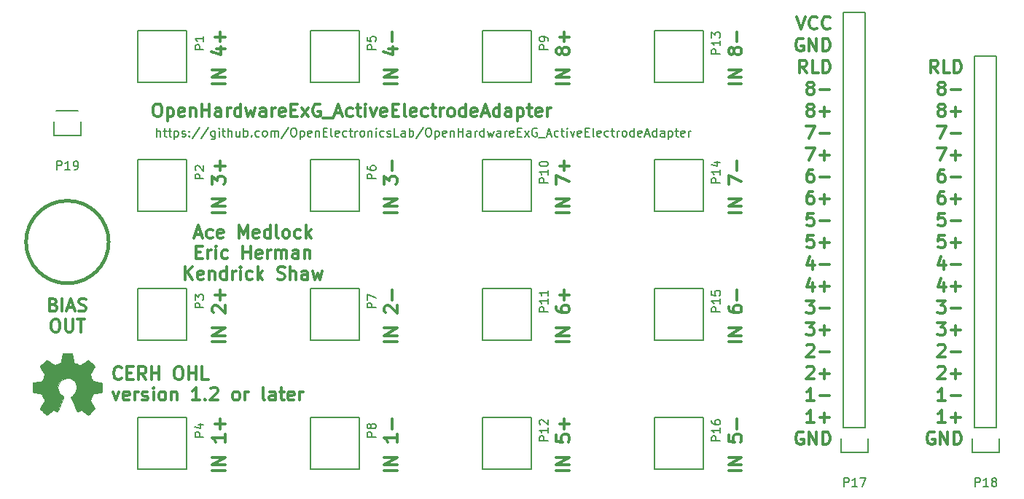
<source format=gbr>
G04 #@! TF.FileFunction,Legend,Top*
%FSLAX46Y46*%
G04 Gerber Fmt 4.6, Leading zero omitted, Abs format (unit mm)*
G04 Created by KiCad (PCBNEW 4.0.2-4+6225~38~ubuntu14.04.1-stable) date Sat Feb 20 17:03:59 2016*
%MOMM*%
G01*
G04 APERTURE LIST*
%ADD10C,0.100000*%
%ADD11C,0.300000*%
%ADD12C,0.200000*%
%ADD13C,0.002540*%
%ADD14C,0.381000*%
%ADD15C,0.150000*%
G04 APERTURE END LIST*
D10*
D11*
X101235715Y-57540000D02*
X101950001Y-57540000D01*
X101092858Y-57968571D02*
X101592858Y-56468571D01*
X102092858Y-57968571D01*
X103235715Y-57897143D02*
X103092858Y-57968571D01*
X102807144Y-57968571D01*
X102664286Y-57897143D01*
X102592858Y-57825714D01*
X102521429Y-57682857D01*
X102521429Y-57254286D01*
X102592858Y-57111429D01*
X102664286Y-57040000D01*
X102807144Y-56968571D01*
X103092858Y-56968571D01*
X103235715Y-57040000D01*
X104450000Y-57897143D02*
X104307143Y-57968571D01*
X104021429Y-57968571D01*
X103878572Y-57897143D01*
X103807143Y-57754286D01*
X103807143Y-57182857D01*
X103878572Y-57040000D01*
X104021429Y-56968571D01*
X104307143Y-56968571D01*
X104450000Y-57040000D01*
X104521429Y-57182857D01*
X104521429Y-57325714D01*
X103807143Y-57468571D01*
X106307143Y-57968571D02*
X106307143Y-56468571D01*
X106807143Y-57540000D01*
X107307143Y-56468571D01*
X107307143Y-57968571D01*
X108592857Y-57897143D02*
X108450000Y-57968571D01*
X108164286Y-57968571D01*
X108021429Y-57897143D01*
X107950000Y-57754286D01*
X107950000Y-57182857D01*
X108021429Y-57040000D01*
X108164286Y-56968571D01*
X108450000Y-56968571D01*
X108592857Y-57040000D01*
X108664286Y-57182857D01*
X108664286Y-57325714D01*
X107950000Y-57468571D01*
X109950000Y-57968571D02*
X109950000Y-56468571D01*
X109950000Y-57897143D02*
X109807143Y-57968571D01*
X109521429Y-57968571D01*
X109378571Y-57897143D01*
X109307143Y-57825714D01*
X109235714Y-57682857D01*
X109235714Y-57254286D01*
X109307143Y-57111429D01*
X109378571Y-57040000D01*
X109521429Y-56968571D01*
X109807143Y-56968571D01*
X109950000Y-57040000D01*
X110878572Y-57968571D02*
X110735714Y-57897143D01*
X110664286Y-57754286D01*
X110664286Y-56468571D01*
X111664286Y-57968571D02*
X111521428Y-57897143D01*
X111450000Y-57825714D01*
X111378571Y-57682857D01*
X111378571Y-57254286D01*
X111450000Y-57111429D01*
X111521428Y-57040000D01*
X111664286Y-56968571D01*
X111878571Y-56968571D01*
X112021428Y-57040000D01*
X112092857Y-57111429D01*
X112164286Y-57254286D01*
X112164286Y-57682857D01*
X112092857Y-57825714D01*
X112021428Y-57897143D01*
X111878571Y-57968571D01*
X111664286Y-57968571D01*
X113450000Y-57897143D02*
X113307143Y-57968571D01*
X113021429Y-57968571D01*
X112878571Y-57897143D01*
X112807143Y-57825714D01*
X112735714Y-57682857D01*
X112735714Y-57254286D01*
X112807143Y-57111429D01*
X112878571Y-57040000D01*
X113021429Y-56968571D01*
X113307143Y-56968571D01*
X113450000Y-57040000D01*
X114092857Y-57968571D02*
X114092857Y-56468571D01*
X114235714Y-57397143D02*
X114664285Y-57968571D01*
X114664285Y-56968571D02*
X114092857Y-57540000D01*
X101342858Y-59582857D02*
X101842858Y-59582857D01*
X102057144Y-60368571D02*
X101342858Y-60368571D01*
X101342858Y-58868571D01*
X102057144Y-58868571D01*
X102700001Y-60368571D02*
X102700001Y-59368571D01*
X102700001Y-59654286D02*
X102771429Y-59511429D01*
X102842858Y-59440000D01*
X102985715Y-59368571D01*
X103128572Y-59368571D01*
X103628572Y-60368571D02*
X103628572Y-59368571D01*
X103628572Y-58868571D02*
X103557143Y-58940000D01*
X103628572Y-59011429D01*
X103700000Y-58940000D01*
X103628572Y-58868571D01*
X103628572Y-59011429D01*
X104985715Y-60297143D02*
X104842858Y-60368571D01*
X104557144Y-60368571D01*
X104414286Y-60297143D01*
X104342858Y-60225714D01*
X104271429Y-60082857D01*
X104271429Y-59654286D01*
X104342858Y-59511429D01*
X104414286Y-59440000D01*
X104557144Y-59368571D01*
X104842858Y-59368571D01*
X104985715Y-59440000D01*
X106771429Y-60368571D02*
X106771429Y-58868571D01*
X106771429Y-59582857D02*
X107628572Y-59582857D01*
X107628572Y-60368571D02*
X107628572Y-58868571D01*
X108914286Y-60297143D02*
X108771429Y-60368571D01*
X108485715Y-60368571D01*
X108342858Y-60297143D01*
X108271429Y-60154286D01*
X108271429Y-59582857D01*
X108342858Y-59440000D01*
X108485715Y-59368571D01*
X108771429Y-59368571D01*
X108914286Y-59440000D01*
X108985715Y-59582857D01*
X108985715Y-59725714D01*
X108271429Y-59868571D01*
X109628572Y-60368571D02*
X109628572Y-59368571D01*
X109628572Y-59654286D02*
X109700000Y-59511429D01*
X109771429Y-59440000D01*
X109914286Y-59368571D01*
X110057143Y-59368571D01*
X110557143Y-60368571D02*
X110557143Y-59368571D01*
X110557143Y-59511429D02*
X110628571Y-59440000D01*
X110771429Y-59368571D01*
X110985714Y-59368571D01*
X111128571Y-59440000D01*
X111200000Y-59582857D01*
X111200000Y-60368571D01*
X111200000Y-59582857D02*
X111271429Y-59440000D01*
X111414286Y-59368571D01*
X111628571Y-59368571D01*
X111771429Y-59440000D01*
X111842857Y-59582857D01*
X111842857Y-60368571D01*
X113200000Y-60368571D02*
X113200000Y-59582857D01*
X113128571Y-59440000D01*
X112985714Y-59368571D01*
X112700000Y-59368571D01*
X112557143Y-59440000D01*
X113200000Y-60297143D02*
X113057143Y-60368571D01*
X112700000Y-60368571D01*
X112557143Y-60297143D01*
X112485714Y-60154286D01*
X112485714Y-60011429D01*
X112557143Y-59868571D01*
X112700000Y-59797143D01*
X113057143Y-59797143D01*
X113200000Y-59725714D01*
X113914286Y-59368571D02*
X113914286Y-60368571D01*
X113914286Y-59511429D02*
X113985714Y-59440000D01*
X114128572Y-59368571D01*
X114342857Y-59368571D01*
X114485714Y-59440000D01*
X114557143Y-59582857D01*
X114557143Y-60368571D01*
X100057143Y-62768571D02*
X100057143Y-61268571D01*
X100914286Y-62768571D02*
X100271429Y-61911429D01*
X100914286Y-61268571D02*
X100057143Y-62125714D01*
X102128571Y-62697143D02*
X101985714Y-62768571D01*
X101700000Y-62768571D01*
X101557143Y-62697143D01*
X101485714Y-62554286D01*
X101485714Y-61982857D01*
X101557143Y-61840000D01*
X101700000Y-61768571D01*
X101985714Y-61768571D01*
X102128571Y-61840000D01*
X102200000Y-61982857D01*
X102200000Y-62125714D01*
X101485714Y-62268571D01*
X102842857Y-61768571D02*
X102842857Y-62768571D01*
X102842857Y-61911429D02*
X102914285Y-61840000D01*
X103057143Y-61768571D01*
X103271428Y-61768571D01*
X103414285Y-61840000D01*
X103485714Y-61982857D01*
X103485714Y-62768571D01*
X104842857Y-62768571D02*
X104842857Y-61268571D01*
X104842857Y-62697143D02*
X104700000Y-62768571D01*
X104414286Y-62768571D01*
X104271428Y-62697143D01*
X104200000Y-62625714D01*
X104128571Y-62482857D01*
X104128571Y-62054286D01*
X104200000Y-61911429D01*
X104271428Y-61840000D01*
X104414286Y-61768571D01*
X104700000Y-61768571D01*
X104842857Y-61840000D01*
X105557143Y-62768571D02*
X105557143Y-61768571D01*
X105557143Y-62054286D02*
X105628571Y-61911429D01*
X105700000Y-61840000D01*
X105842857Y-61768571D01*
X105985714Y-61768571D01*
X106485714Y-62768571D02*
X106485714Y-61768571D01*
X106485714Y-61268571D02*
X106414285Y-61340000D01*
X106485714Y-61411429D01*
X106557142Y-61340000D01*
X106485714Y-61268571D01*
X106485714Y-61411429D01*
X107842857Y-62697143D02*
X107700000Y-62768571D01*
X107414286Y-62768571D01*
X107271428Y-62697143D01*
X107200000Y-62625714D01*
X107128571Y-62482857D01*
X107128571Y-62054286D01*
X107200000Y-61911429D01*
X107271428Y-61840000D01*
X107414286Y-61768571D01*
X107700000Y-61768571D01*
X107842857Y-61840000D01*
X108485714Y-62768571D02*
X108485714Y-61268571D01*
X108628571Y-62197143D02*
X109057142Y-62768571D01*
X109057142Y-61768571D02*
X108485714Y-62340000D01*
X110771428Y-62697143D02*
X110985714Y-62768571D01*
X111342857Y-62768571D01*
X111485714Y-62697143D01*
X111557143Y-62625714D01*
X111628571Y-62482857D01*
X111628571Y-62340000D01*
X111557143Y-62197143D01*
X111485714Y-62125714D01*
X111342857Y-62054286D01*
X111057143Y-61982857D01*
X110914285Y-61911429D01*
X110842857Y-61840000D01*
X110771428Y-61697143D01*
X110771428Y-61554286D01*
X110842857Y-61411429D01*
X110914285Y-61340000D01*
X111057143Y-61268571D01*
X111414285Y-61268571D01*
X111628571Y-61340000D01*
X112271428Y-62768571D02*
X112271428Y-61268571D01*
X112914285Y-62768571D02*
X112914285Y-61982857D01*
X112842856Y-61840000D01*
X112699999Y-61768571D01*
X112485714Y-61768571D01*
X112342856Y-61840000D01*
X112271428Y-61911429D01*
X114271428Y-62768571D02*
X114271428Y-61982857D01*
X114199999Y-61840000D01*
X114057142Y-61768571D01*
X113771428Y-61768571D01*
X113628571Y-61840000D01*
X114271428Y-62697143D02*
X114128571Y-62768571D01*
X113771428Y-62768571D01*
X113628571Y-62697143D01*
X113557142Y-62554286D01*
X113557142Y-62411429D01*
X113628571Y-62268571D01*
X113771428Y-62197143D01*
X114128571Y-62197143D01*
X114271428Y-62125714D01*
X114842857Y-61768571D02*
X115128571Y-62768571D01*
X115414285Y-62054286D01*
X115700000Y-62768571D01*
X115985714Y-61768571D01*
D12*
X96758095Y-46172381D02*
X96758095Y-45172381D01*
X97186667Y-46172381D02*
X97186667Y-45648571D01*
X97139048Y-45553333D01*
X97043810Y-45505714D01*
X96900952Y-45505714D01*
X96805714Y-45553333D01*
X96758095Y-45600952D01*
X97520000Y-45505714D02*
X97900952Y-45505714D01*
X97662857Y-45172381D02*
X97662857Y-46029524D01*
X97710476Y-46124762D01*
X97805714Y-46172381D01*
X97900952Y-46172381D01*
X98091429Y-45505714D02*
X98472381Y-45505714D01*
X98234286Y-45172381D02*
X98234286Y-46029524D01*
X98281905Y-46124762D01*
X98377143Y-46172381D01*
X98472381Y-46172381D01*
X98805715Y-45505714D02*
X98805715Y-46505714D01*
X98805715Y-45553333D02*
X98900953Y-45505714D01*
X99091430Y-45505714D01*
X99186668Y-45553333D01*
X99234287Y-45600952D01*
X99281906Y-45696190D01*
X99281906Y-45981905D01*
X99234287Y-46077143D01*
X99186668Y-46124762D01*
X99091430Y-46172381D01*
X98900953Y-46172381D01*
X98805715Y-46124762D01*
X99662858Y-46124762D02*
X99758096Y-46172381D01*
X99948572Y-46172381D01*
X100043811Y-46124762D01*
X100091430Y-46029524D01*
X100091430Y-45981905D01*
X100043811Y-45886667D01*
X99948572Y-45839048D01*
X99805715Y-45839048D01*
X99710477Y-45791429D01*
X99662858Y-45696190D01*
X99662858Y-45648571D01*
X99710477Y-45553333D01*
X99805715Y-45505714D01*
X99948572Y-45505714D01*
X100043811Y-45553333D01*
X100520001Y-46077143D02*
X100567620Y-46124762D01*
X100520001Y-46172381D01*
X100472382Y-46124762D01*
X100520001Y-46077143D01*
X100520001Y-46172381D01*
X100520001Y-45553333D02*
X100567620Y-45600952D01*
X100520001Y-45648571D01*
X100472382Y-45600952D01*
X100520001Y-45553333D01*
X100520001Y-45648571D01*
X101710477Y-45124762D02*
X100853334Y-46410476D01*
X102758096Y-45124762D02*
X101900953Y-46410476D01*
X103520001Y-45505714D02*
X103520001Y-46315238D01*
X103472382Y-46410476D01*
X103424763Y-46458095D01*
X103329524Y-46505714D01*
X103186667Y-46505714D01*
X103091429Y-46458095D01*
X103520001Y-46124762D02*
X103424763Y-46172381D01*
X103234286Y-46172381D01*
X103139048Y-46124762D01*
X103091429Y-46077143D01*
X103043810Y-45981905D01*
X103043810Y-45696190D01*
X103091429Y-45600952D01*
X103139048Y-45553333D01*
X103234286Y-45505714D01*
X103424763Y-45505714D01*
X103520001Y-45553333D01*
X103996191Y-46172381D02*
X103996191Y-45505714D01*
X103996191Y-45172381D02*
X103948572Y-45220000D01*
X103996191Y-45267619D01*
X104043810Y-45220000D01*
X103996191Y-45172381D01*
X103996191Y-45267619D01*
X104329524Y-45505714D02*
X104710476Y-45505714D01*
X104472381Y-45172381D02*
X104472381Y-46029524D01*
X104520000Y-46124762D01*
X104615238Y-46172381D01*
X104710476Y-46172381D01*
X105043810Y-46172381D02*
X105043810Y-45172381D01*
X105472382Y-46172381D02*
X105472382Y-45648571D01*
X105424763Y-45553333D01*
X105329525Y-45505714D01*
X105186667Y-45505714D01*
X105091429Y-45553333D01*
X105043810Y-45600952D01*
X106377144Y-45505714D02*
X106377144Y-46172381D01*
X105948572Y-45505714D02*
X105948572Y-46029524D01*
X105996191Y-46124762D01*
X106091429Y-46172381D01*
X106234287Y-46172381D01*
X106329525Y-46124762D01*
X106377144Y-46077143D01*
X106853334Y-46172381D02*
X106853334Y-45172381D01*
X106853334Y-45553333D02*
X106948572Y-45505714D01*
X107139049Y-45505714D01*
X107234287Y-45553333D01*
X107281906Y-45600952D01*
X107329525Y-45696190D01*
X107329525Y-45981905D01*
X107281906Y-46077143D01*
X107234287Y-46124762D01*
X107139049Y-46172381D01*
X106948572Y-46172381D01*
X106853334Y-46124762D01*
X107758096Y-46077143D02*
X107805715Y-46124762D01*
X107758096Y-46172381D01*
X107710477Y-46124762D01*
X107758096Y-46077143D01*
X107758096Y-46172381D01*
X108662858Y-46124762D02*
X108567620Y-46172381D01*
X108377143Y-46172381D01*
X108281905Y-46124762D01*
X108234286Y-46077143D01*
X108186667Y-45981905D01*
X108186667Y-45696190D01*
X108234286Y-45600952D01*
X108281905Y-45553333D01*
X108377143Y-45505714D01*
X108567620Y-45505714D01*
X108662858Y-45553333D01*
X109234286Y-46172381D02*
X109139048Y-46124762D01*
X109091429Y-46077143D01*
X109043810Y-45981905D01*
X109043810Y-45696190D01*
X109091429Y-45600952D01*
X109139048Y-45553333D01*
X109234286Y-45505714D01*
X109377144Y-45505714D01*
X109472382Y-45553333D01*
X109520001Y-45600952D01*
X109567620Y-45696190D01*
X109567620Y-45981905D01*
X109520001Y-46077143D01*
X109472382Y-46124762D01*
X109377144Y-46172381D01*
X109234286Y-46172381D01*
X109996191Y-46172381D02*
X109996191Y-45505714D01*
X109996191Y-45600952D02*
X110043810Y-45553333D01*
X110139048Y-45505714D01*
X110281906Y-45505714D01*
X110377144Y-45553333D01*
X110424763Y-45648571D01*
X110424763Y-46172381D01*
X110424763Y-45648571D02*
X110472382Y-45553333D01*
X110567620Y-45505714D01*
X110710477Y-45505714D01*
X110805715Y-45553333D01*
X110853334Y-45648571D01*
X110853334Y-46172381D01*
X112043810Y-45124762D02*
X111186667Y-46410476D01*
X112567619Y-45172381D02*
X112758096Y-45172381D01*
X112853334Y-45220000D01*
X112948572Y-45315238D01*
X112996191Y-45505714D01*
X112996191Y-45839048D01*
X112948572Y-46029524D01*
X112853334Y-46124762D01*
X112758096Y-46172381D01*
X112567619Y-46172381D01*
X112472381Y-46124762D01*
X112377143Y-46029524D01*
X112329524Y-45839048D01*
X112329524Y-45505714D01*
X112377143Y-45315238D01*
X112472381Y-45220000D01*
X112567619Y-45172381D01*
X113424762Y-45505714D02*
X113424762Y-46505714D01*
X113424762Y-45553333D02*
X113520000Y-45505714D01*
X113710477Y-45505714D01*
X113805715Y-45553333D01*
X113853334Y-45600952D01*
X113900953Y-45696190D01*
X113900953Y-45981905D01*
X113853334Y-46077143D01*
X113805715Y-46124762D01*
X113710477Y-46172381D01*
X113520000Y-46172381D01*
X113424762Y-46124762D01*
X114710477Y-46124762D02*
X114615239Y-46172381D01*
X114424762Y-46172381D01*
X114329524Y-46124762D01*
X114281905Y-46029524D01*
X114281905Y-45648571D01*
X114329524Y-45553333D01*
X114424762Y-45505714D01*
X114615239Y-45505714D01*
X114710477Y-45553333D01*
X114758096Y-45648571D01*
X114758096Y-45743810D01*
X114281905Y-45839048D01*
X115186667Y-45505714D02*
X115186667Y-46172381D01*
X115186667Y-45600952D02*
X115234286Y-45553333D01*
X115329524Y-45505714D01*
X115472382Y-45505714D01*
X115567620Y-45553333D01*
X115615239Y-45648571D01*
X115615239Y-46172381D01*
X116091429Y-45648571D02*
X116424763Y-45648571D01*
X116567620Y-46172381D02*
X116091429Y-46172381D01*
X116091429Y-45172381D01*
X116567620Y-45172381D01*
X117139048Y-46172381D02*
X117043810Y-46124762D01*
X116996191Y-46029524D01*
X116996191Y-45172381D01*
X117900954Y-46124762D02*
X117805716Y-46172381D01*
X117615239Y-46172381D01*
X117520001Y-46124762D01*
X117472382Y-46029524D01*
X117472382Y-45648571D01*
X117520001Y-45553333D01*
X117615239Y-45505714D01*
X117805716Y-45505714D01*
X117900954Y-45553333D01*
X117948573Y-45648571D01*
X117948573Y-45743810D01*
X117472382Y-45839048D01*
X118805716Y-46124762D02*
X118710478Y-46172381D01*
X118520001Y-46172381D01*
X118424763Y-46124762D01*
X118377144Y-46077143D01*
X118329525Y-45981905D01*
X118329525Y-45696190D01*
X118377144Y-45600952D01*
X118424763Y-45553333D01*
X118520001Y-45505714D01*
X118710478Y-45505714D01*
X118805716Y-45553333D01*
X119091430Y-45505714D02*
X119472382Y-45505714D01*
X119234287Y-45172381D02*
X119234287Y-46029524D01*
X119281906Y-46124762D01*
X119377144Y-46172381D01*
X119472382Y-46172381D01*
X119805716Y-46172381D02*
X119805716Y-45505714D01*
X119805716Y-45696190D02*
X119853335Y-45600952D01*
X119900954Y-45553333D01*
X119996192Y-45505714D01*
X120091431Y-45505714D01*
X120567621Y-46172381D02*
X120472383Y-46124762D01*
X120424764Y-46077143D01*
X120377145Y-45981905D01*
X120377145Y-45696190D01*
X120424764Y-45600952D01*
X120472383Y-45553333D01*
X120567621Y-45505714D01*
X120710479Y-45505714D01*
X120805717Y-45553333D01*
X120853336Y-45600952D01*
X120900955Y-45696190D01*
X120900955Y-45981905D01*
X120853336Y-46077143D01*
X120805717Y-46124762D01*
X120710479Y-46172381D01*
X120567621Y-46172381D01*
X121329526Y-45505714D02*
X121329526Y-46172381D01*
X121329526Y-45600952D02*
X121377145Y-45553333D01*
X121472383Y-45505714D01*
X121615241Y-45505714D01*
X121710479Y-45553333D01*
X121758098Y-45648571D01*
X121758098Y-46172381D01*
X122234288Y-46172381D02*
X122234288Y-45505714D01*
X122234288Y-45172381D02*
X122186669Y-45220000D01*
X122234288Y-45267619D01*
X122281907Y-45220000D01*
X122234288Y-45172381D01*
X122234288Y-45267619D01*
X123139050Y-46124762D02*
X123043812Y-46172381D01*
X122853335Y-46172381D01*
X122758097Y-46124762D01*
X122710478Y-46077143D01*
X122662859Y-45981905D01*
X122662859Y-45696190D01*
X122710478Y-45600952D01*
X122758097Y-45553333D01*
X122853335Y-45505714D01*
X123043812Y-45505714D01*
X123139050Y-45553333D01*
X123520002Y-46124762D02*
X123615240Y-46172381D01*
X123805716Y-46172381D01*
X123900955Y-46124762D01*
X123948574Y-46029524D01*
X123948574Y-45981905D01*
X123900955Y-45886667D01*
X123805716Y-45839048D01*
X123662859Y-45839048D01*
X123567621Y-45791429D01*
X123520002Y-45696190D01*
X123520002Y-45648571D01*
X123567621Y-45553333D01*
X123662859Y-45505714D01*
X123805716Y-45505714D01*
X123900955Y-45553333D01*
X124853336Y-46172381D02*
X124377145Y-46172381D01*
X124377145Y-45172381D01*
X125615241Y-46172381D02*
X125615241Y-45648571D01*
X125567622Y-45553333D01*
X125472384Y-45505714D01*
X125281907Y-45505714D01*
X125186669Y-45553333D01*
X125615241Y-46124762D02*
X125520003Y-46172381D01*
X125281907Y-46172381D01*
X125186669Y-46124762D01*
X125139050Y-46029524D01*
X125139050Y-45934286D01*
X125186669Y-45839048D01*
X125281907Y-45791429D01*
X125520003Y-45791429D01*
X125615241Y-45743810D01*
X126091431Y-46172381D02*
X126091431Y-45172381D01*
X126091431Y-45553333D02*
X126186669Y-45505714D01*
X126377146Y-45505714D01*
X126472384Y-45553333D01*
X126520003Y-45600952D01*
X126567622Y-45696190D01*
X126567622Y-45981905D01*
X126520003Y-46077143D01*
X126472384Y-46124762D01*
X126377146Y-46172381D01*
X126186669Y-46172381D01*
X126091431Y-46124762D01*
X127710479Y-45124762D02*
X126853336Y-46410476D01*
X128234288Y-45172381D02*
X128424765Y-45172381D01*
X128520003Y-45220000D01*
X128615241Y-45315238D01*
X128662860Y-45505714D01*
X128662860Y-45839048D01*
X128615241Y-46029524D01*
X128520003Y-46124762D01*
X128424765Y-46172381D01*
X128234288Y-46172381D01*
X128139050Y-46124762D01*
X128043812Y-46029524D01*
X127996193Y-45839048D01*
X127996193Y-45505714D01*
X128043812Y-45315238D01*
X128139050Y-45220000D01*
X128234288Y-45172381D01*
X129091431Y-45505714D02*
X129091431Y-46505714D01*
X129091431Y-45553333D02*
X129186669Y-45505714D01*
X129377146Y-45505714D01*
X129472384Y-45553333D01*
X129520003Y-45600952D01*
X129567622Y-45696190D01*
X129567622Y-45981905D01*
X129520003Y-46077143D01*
X129472384Y-46124762D01*
X129377146Y-46172381D01*
X129186669Y-46172381D01*
X129091431Y-46124762D01*
X130377146Y-46124762D02*
X130281908Y-46172381D01*
X130091431Y-46172381D01*
X129996193Y-46124762D01*
X129948574Y-46029524D01*
X129948574Y-45648571D01*
X129996193Y-45553333D01*
X130091431Y-45505714D01*
X130281908Y-45505714D01*
X130377146Y-45553333D01*
X130424765Y-45648571D01*
X130424765Y-45743810D01*
X129948574Y-45839048D01*
X130853336Y-45505714D02*
X130853336Y-46172381D01*
X130853336Y-45600952D02*
X130900955Y-45553333D01*
X130996193Y-45505714D01*
X131139051Y-45505714D01*
X131234289Y-45553333D01*
X131281908Y-45648571D01*
X131281908Y-46172381D01*
X131758098Y-46172381D02*
X131758098Y-45172381D01*
X131758098Y-45648571D02*
X132329527Y-45648571D01*
X132329527Y-46172381D02*
X132329527Y-45172381D01*
X133234289Y-46172381D02*
X133234289Y-45648571D01*
X133186670Y-45553333D01*
X133091432Y-45505714D01*
X132900955Y-45505714D01*
X132805717Y-45553333D01*
X133234289Y-46124762D02*
X133139051Y-46172381D01*
X132900955Y-46172381D01*
X132805717Y-46124762D01*
X132758098Y-46029524D01*
X132758098Y-45934286D01*
X132805717Y-45839048D01*
X132900955Y-45791429D01*
X133139051Y-45791429D01*
X133234289Y-45743810D01*
X133710479Y-46172381D02*
X133710479Y-45505714D01*
X133710479Y-45696190D02*
X133758098Y-45600952D01*
X133805717Y-45553333D01*
X133900955Y-45505714D01*
X133996194Y-45505714D01*
X134758099Y-46172381D02*
X134758099Y-45172381D01*
X134758099Y-46124762D02*
X134662861Y-46172381D01*
X134472384Y-46172381D01*
X134377146Y-46124762D01*
X134329527Y-46077143D01*
X134281908Y-45981905D01*
X134281908Y-45696190D01*
X134329527Y-45600952D01*
X134377146Y-45553333D01*
X134472384Y-45505714D01*
X134662861Y-45505714D01*
X134758099Y-45553333D01*
X135139051Y-45505714D02*
X135329527Y-46172381D01*
X135520004Y-45696190D01*
X135710480Y-46172381D01*
X135900956Y-45505714D01*
X136710480Y-46172381D02*
X136710480Y-45648571D01*
X136662861Y-45553333D01*
X136567623Y-45505714D01*
X136377146Y-45505714D01*
X136281908Y-45553333D01*
X136710480Y-46124762D02*
X136615242Y-46172381D01*
X136377146Y-46172381D01*
X136281908Y-46124762D01*
X136234289Y-46029524D01*
X136234289Y-45934286D01*
X136281908Y-45839048D01*
X136377146Y-45791429D01*
X136615242Y-45791429D01*
X136710480Y-45743810D01*
X137186670Y-46172381D02*
X137186670Y-45505714D01*
X137186670Y-45696190D02*
X137234289Y-45600952D01*
X137281908Y-45553333D01*
X137377146Y-45505714D01*
X137472385Y-45505714D01*
X138186671Y-46124762D02*
X138091433Y-46172381D01*
X137900956Y-46172381D01*
X137805718Y-46124762D01*
X137758099Y-46029524D01*
X137758099Y-45648571D01*
X137805718Y-45553333D01*
X137900956Y-45505714D01*
X138091433Y-45505714D01*
X138186671Y-45553333D01*
X138234290Y-45648571D01*
X138234290Y-45743810D01*
X137758099Y-45839048D01*
X138662861Y-45648571D02*
X138996195Y-45648571D01*
X139139052Y-46172381D02*
X138662861Y-46172381D01*
X138662861Y-45172381D01*
X139139052Y-45172381D01*
X139472385Y-46172381D02*
X139996195Y-45505714D01*
X139472385Y-45505714D02*
X139996195Y-46172381D01*
X140900957Y-45220000D02*
X140805719Y-45172381D01*
X140662862Y-45172381D01*
X140520004Y-45220000D01*
X140424766Y-45315238D01*
X140377147Y-45410476D01*
X140329528Y-45600952D01*
X140329528Y-45743810D01*
X140377147Y-45934286D01*
X140424766Y-46029524D01*
X140520004Y-46124762D01*
X140662862Y-46172381D01*
X140758100Y-46172381D01*
X140900957Y-46124762D01*
X140948576Y-46077143D01*
X140948576Y-45743810D01*
X140758100Y-45743810D01*
X141139052Y-46267619D02*
X141900957Y-46267619D01*
X142091433Y-45886667D02*
X142567624Y-45886667D01*
X141996195Y-46172381D02*
X142329528Y-45172381D01*
X142662862Y-46172381D01*
X143424767Y-46124762D02*
X143329529Y-46172381D01*
X143139052Y-46172381D01*
X143043814Y-46124762D01*
X142996195Y-46077143D01*
X142948576Y-45981905D01*
X142948576Y-45696190D01*
X142996195Y-45600952D01*
X143043814Y-45553333D01*
X143139052Y-45505714D01*
X143329529Y-45505714D01*
X143424767Y-45553333D01*
X143710481Y-45505714D02*
X144091433Y-45505714D01*
X143853338Y-45172381D02*
X143853338Y-46029524D01*
X143900957Y-46124762D01*
X143996195Y-46172381D01*
X144091433Y-46172381D01*
X144424767Y-46172381D02*
X144424767Y-45505714D01*
X144424767Y-45172381D02*
X144377148Y-45220000D01*
X144424767Y-45267619D01*
X144472386Y-45220000D01*
X144424767Y-45172381D01*
X144424767Y-45267619D01*
X144805719Y-45505714D02*
X145043814Y-46172381D01*
X145281910Y-45505714D01*
X146043815Y-46124762D02*
X145948577Y-46172381D01*
X145758100Y-46172381D01*
X145662862Y-46124762D01*
X145615243Y-46029524D01*
X145615243Y-45648571D01*
X145662862Y-45553333D01*
X145758100Y-45505714D01*
X145948577Y-45505714D01*
X146043815Y-45553333D01*
X146091434Y-45648571D01*
X146091434Y-45743810D01*
X145615243Y-45839048D01*
X146520005Y-45648571D02*
X146853339Y-45648571D01*
X146996196Y-46172381D02*
X146520005Y-46172381D01*
X146520005Y-45172381D01*
X146996196Y-45172381D01*
X147567624Y-46172381D02*
X147472386Y-46124762D01*
X147424767Y-46029524D01*
X147424767Y-45172381D01*
X148329530Y-46124762D02*
X148234292Y-46172381D01*
X148043815Y-46172381D01*
X147948577Y-46124762D01*
X147900958Y-46029524D01*
X147900958Y-45648571D01*
X147948577Y-45553333D01*
X148043815Y-45505714D01*
X148234292Y-45505714D01*
X148329530Y-45553333D01*
X148377149Y-45648571D01*
X148377149Y-45743810D01*
X147900958Y-45839048D01*
X149234292Y-46124762D02*
X149139054Y-46172381D01*
X148948577Y-46172381D01*
X148853339Y-46124762D01*
X148805720Y-46077143D01*
X148758101Y-45981905D01*
X148758101Y-45696190D01*
X148805720Y-45600952D01*
X148853339Y-45553333D01*
X148948577Y-45505714D01*
X149139054Y-45505714D01*
X149234292Y-45553333D01*
X149520006Y-45505714D02*
X149900958Y-45505714D01*
X149662863Y-45172381D02*
X149662863Y-46029524D01*
X149710482Y-46124762D01*
X149805720Y-46172381D01*
X149900958Y-46172381D01*
X150234292Y-46172381D02*
X150234292Y-45505714D01*
X150234292Y-45696190D02*
X150281911Y-45600952D01*
X150329530Y-45553333D01*
X150424768Y-45505714D01*
X150520007Y-45505714D01*
X150996197Y-46172381D02*
X150900959Y-46124762D01*
X150853340Y-46077143D01*
X150805721Y-45981905D01*
X150805721Y-45696190D01*
X150853340Y-45600952D01*
X150900959Y-45553333D01*
X150996197Y-45505714D01*
X151139055Y-45505714D01*
X151234293Y-45553333D01*
X151281912Y-45600952D01*
X151329531Y-45696190D01*
X151329531Y-45981905D01*
X151281912Y-46077143D01*
X151234293Y-46124762D01*
X151139055Y-46172381D01*
X150996197Y-46172381D01*
X152186674Y-46172381D02*
X152186674Y-45172381D01*
X152186674Y-46124762D02*
X152091436Y-46172381D01*
X151900959Y-46172381D01*
X151805721Y-46124762D01*
X151758102Y-46077143D01*
X151710483Y-45981905D01*
X151710483Y-45696190D01*
X151758102Y-45600952D01*
X151805721Y-45553333D01*
X151900959Y-45505714D01*
X152091436Y-45505714D01*
X152186674Y-45553333D01*
X153043817Y-46124762D02*
X152948579Y-46172381D01*
X152758102Y-46172381D01*
X152662864Y-46124762D01*
X152615245Y-46029524D01*
X152615245Y-45648571D01*
X152662864Y-45553333D01*
X152758102Y-45505714D01*
X152948579Y-45505714D01*
X153043817Y-45553333D01*
X153091436Y-45648571D01*
X153091436Y-45743810D01*
X152615245Y-45839048D01*
X153472388Y-45886667D02*
X153948579Y-45886667D01*
X153377150Y-46172381D02*
X153710483Y-45172381D01*
X154043817Y-46172381D01*
X154805722Y-46172381D02*
X154805722Y-45172381D01*
X154805722Y-46124762D02*
X154710484Y-46172381D01*
X154520007Y-46172381D01*
X154424769Y-46124762D01*
X154377150Y-46077143D01*
X154329531Y-45981905D01*
X154329531Y-45696190D01*
X154377150Y-45600952D01*
X154424769Y-45553333D01*
X154520007Y-45505714D01*
X154710484Y-45505714D01*
X154805722Y-45553333D01*
X155710484Y-46172381D02*
X155710484Y-45648571D01*
X155662865Y-45553333D01*
X155567627Y-45505714D01*
X155377150Y-45505714D01*
X155281912Y-45553333D01*
X155710484Y-46124762D02*
X155615246Y-46172381D01*
X155377150Y-46172381D01*
X155281912Y-46124762D01*
X155234293Y-46029524D01*
X155234293Y-45934286D01*
X155281912Y-45839048D01*
X155377150Y-45791429D01*
X155615246Y-45791429D01*
X155710484Y-45743810D01*
X156186674Y-45505714D02*
X156186674Y-46505714D01*
X156186674Y-45553333D02*
X156281912Y-45505714D01*
X156472389Y-45505714D01*
X156567627Y-45553333D01*
X156615246Y-45600952D01*
X156662865Y-45696190D01*
X156662865Y-45981905D01*
X156615246Y-46077143D01*
X156567627Y-46124762D01*
X156472389Y-46172381D01*
X156281912Y-46172381D01*
X156186674Y-46124762D01*
X156948579Y-45505714D02*
X157329531Y-45505714D01*
X157091436Y-45172381D02*
X157091436Y-46029524D01*
X157139055Y-46124762D01*
X157234293Y-46172381D01*
X157329531Y-46172381D01*
X158043818Y-46124762D02*
X157948580Y-46172381D01*
X157758103Y-46172381D01*
X157662865Y-46124762D01*
X157615246Y-46029524D01*
X157615246Y-45648571D01*
X157662865Y-45553333D01*
X157758103Y-45505714D01*
X157948580Y-45505714D01*
X158043818Y-45553333D01*
X158091437Y-45648571D01*
X158091437Y-45743810D01*
X157615246Y-45839048D01*
X158520008Y-46172381D02*
X158520008Y-45505714D01*
X158520008Y-45696190D02*
X158567627Y-45600952D01*
X158615246Y-45553333D01*
X158710484Y-45505714D01*
X158805723Y-45505714D01*
D11*
X96701429Y-42358571D02*
X96987143Y-42358571D01*
X97130001Y-42430000D01*
X97272858Y-42572857D01*
X97344286Y-42858571D01*
X97344286Y-43358571D01*
X97272858Y-43644286D01*
X97130001Y-43787143D01*
X96987143Y-43858571D01*
X96701429Y-43858571D01*
X96558572Y-43787143D01*
X96415715Y-43644286D01*
X96344286Y-43358571D01*
X96344286Y-42858571D01*
X96415715Y-42572857D01*
X96558572Y-42430000D01*
X96701429Y-42358571D01*
X97987144Y-42858571D02*
X97987144Y-44358571D01*
X97987144Y-42930000D02*
X98130001Y-42858571D01*
X98415715Y-42858571D01*
X98558572Y-42930000D01*
X98630001Y-43001429D01*
X98701430Y-43144286D01*
X98701430Y-43572857D01*
X98630001Y-43715714D01*
X98558572Y-43787143D01*
X98415715Y-43858571D01*
X98130001Y-43858571D01*
X97987144Y-43787143D01*
X99915715Y-43787143D02*
X99772858Y-43858571D01*
X99487144Y-43858571D01*
X99344287Y-43787143D01*
X99272858Y-43644286D01*
X99272858Y-43072857D01*
X99344287Y-42930000D01*
X99487144Y-42858571D01*
X99772858Y-42858571D01*
X99915715Y-42930000D01*
X99987144Y-43072857D01*
X99987144Y-43215714D01*
X99272858Y-43358571D01*
X100630001Y-42858571D02*
X100630001Y-43858571D01*
X100630001Y-43001429D02*
X100701429Y-42930000D01*
X100844287Y-42858571D01*
X101058572Y-42858571D01*
X101201429Y-42930000D01*
X101272858Y-43072857D01*
X101272858Y-43858571D01*
X101987144Y-43858571D02*
X101987144Y-42358571D01*
X101987144Y-43072857D02*
X102844287Y-43072857D01*
X102844287Y-43858571D02*
X102844287Y-42358571D01*
X104201430Y-43858571D02*
X104201430Y-43072857D01*
X104130001Y-42930000D01*
X103987144Y-42858571D01*
X103701430Y-42858571D01*
X103558573Y-42930000D01*
X104201430Y-43787143D02*
X104058573Y-43858571D01*
X103701430Y-43858571D01*
X103558573Y-43787143D01*
X103487144Y-43644286D01*
X103487144Y-43501429D01*
X103558573Y-43358571D01*
X103701430Y-43287143D01*
X104058573Y-43287143D01*
X104201430Y-43215714D01*
X104915716Y-43858571D02*
X104915716Y-42858571D01*
X104915716Y-43144286D02*
X104987144Y-43001429D01*
X105058573Y-42930000D01*
X105201430Y-42858571D01*
X105344287Y-42858571D01*
X106487144Y-43858571D02*
X106487144Y-42358571D01*
X106487144Y-43787143D02*
X106344287Y-43858571D01*
X106058573Y-43858571D01*
X105915715Y-43787143D01*
X105844287Y-43715714D01*
X105772858Y-43572857D01*
X105772858Y-43144286D01*
X105844287Y-43001429D01*
X105915715Y-42930000D01*
X106058573Y-42858571D01*
X106344287Y-42858571D01*
X106487144Y-42930000D01*
X107058573Y-42858571D02*
X107344287Y-43858571D01*
X107630001Y-43144286D01*
X107915716Y-43858571D01*
X108201430Y-42858571D01*
X109415716Y-43858571D02*
X109415716Y-43072857D01*
X109344287Y-42930000D01*
X109201430Y-42858571D01*
X108915716Y-42858571D01*
X108772859Y-42930000D01*
X109415716Y-43787143D02*
X109272859Y-43858571D01*
X108915716Y-43858571D01*
X108772859Y-43787143D01*
X108701430Y-43644286D01*
X108701430Y-43501429D01*
X108772859Y-43358571D01*
X108915716Y-43287143D01*
X109272859Y-43287143D01*
X109415716Y-43215714D01*
X110130002Y-43858571D02*
X110130002Y-42858571D01*
X110130002Y-43144286D02*
X110201430Y-43001429D01*
X110272859Y-42930000D01*
X110415716Y-42858571D01*
X110558573Y-42858571D01*
X111630001Y-43787143D02*
X111487144Y-43858571D01*
X111201430Y-43858571D01*
X111058573Y-43787143D01*
X110987144Y-43644286D01*
X110987144Y-43072857D01*
X111058573Y-42930000D01*
X111201430Y-42858571D01*
X111487144Y-42858571D01*
X111630001Y-42930000D01*
X111701430Y-43072857D01*
X111701430Y-43215714D01*
X110987144Y-43358571D01*
X112344287Y-43072857D02*
X112844287Y-43072857D01*
X113058573Y-43858571D02*
X112344287Y-43858571D01*
X112344287Y-42358571D01*
X113058573Y-42358571D01*
X113558573Y-43858571D02*
X114344287Y-42858571D01*
X113558573Y-42858571D02*
X114344287Y-43858571D01*
X115701430Y-42430000D02*
X115558573Y-42358571D01*
X115344287Y-42358571D01*
X115130002Y-42430000D01*
X114987144Y-42572857D01*
X114915716Y-42715714D01*
X114844287Y-43001429D01*
X114844287Y-43215714D01*
X114915716Y-43501429D01*
X114987144Y-43644286D01*
X115130002Y-43787143D01*
X115344287Y-43858571D01*
X115487144Y-43858571D01*
X115701430Y-43787143D01*
X115772859Y-43715714D01*
X115772859Y-43215714D01*
X115487144Y-43215714D01*
X116058573Y-44001429D02*
X117201430Y-44001429D01*
X117487144Y-43430000D02*
X118201430Y-43430000D01*
X117344287Y-43858571D02*
X117844287Y-42358571D01*
X118344287Y-43858571D01*
X119487144Y-43787143D02*
X119344287Y-43858571D01*
X119058573Y-43858571D01*
X118915715Y-43787143D01*
X118844287Y-43715714D01*
X118772858Y-43572857D01*
X118772858Y-43144286D01*
X118844287Y-43001429D01*
X118915715Y-42930000D01*
X119058573Y-42858571D01*
X119344287Y-42858571D01*
X119487144Y-42930000D01*
X119915715Y-42858571D02*
X120487144Y-42858571D01*
X120130001Y-42358571D02*
X120130001Y-43644286D01*
X120201429Y-43787143D01*
X120344287Y-43858571D01*
X120487144Y-43858571D01*
X120987144Y-43858571D02*
X120987144Y-42858571D01*
X120987144Y-42358571D02*
X120915715Y-42430000D01*
X120987144Y-42501429D01*
X121058572Y-42430000D01*
X120987144Y-42358571D01*
X120987144Y-42501429D01*
X121558573Y-42858571D02*
X121915716Y-43858571D01*
X122272858Y-42858571D01*
X123415715Y-43787143D02*
X123272858Y-43858571D01*
X122987144Y-43858571D01*
X122844287Y-43787143D01*
X122772858Y-43644286D01*
X122772858Y-43072857D01*
X122844287Y-42930000D01*
X122987144Y-42858571D01*
X123272858Y-42858571D01*
X123415715Y-42930000D01*
X123487144Y-43072857D01*
X123487144Y-43215714D01*
X122772858Y-43358571D01*
X124130001Y-43072857D02*
X124630001Y-43072857D01*
X124844287Y-43858571D02*
X124130001Y-43858571D01*
X124130001Y-42358571D01*
X124844287Y-42358571D01*
X125701430Y-43858571D02*
X125558572Y-43787143D01*
X125487144Y-43644286D01*
X125487144Y-42358571D01*
X126844286Y-43787143D02*
X126701429Y-43858571D01*
X126415715Y-43858571D01*
X126272858Y-43787143D01*
X126201429Y-43644286D01*
X126201429Y-43072857D01*
X126272858Y-42930000D01*
X126415715Y-42858571D01*
X126701429Y-42858571D01*
X126844286Y-42930000D01*
X126915715Y-43072857D01*
X126915715Y-43215714D01*
X126201429Y-43358571D01*
X128201429Y-43787143D02*
X128058572Y-43858571D01*
X127772858Y-43858571D01*
X127630000Y-43787143D01*
X127558572Y-43715714D01*
X127487143Y-43572857D01*
X127487143Y-43144286D01*
X127558572Y-43001429D01*
X127630000Y-42930000D01*
X127772858Y-42858571D01*
X128058572Y-42858571D01*
X128201429Y-42930000D01*
X128630000Y-42858571D02*
X129201429Y-42858571D01*
X128844286Y-42358571D02*
X128844286Y-43644286D01*
X128915714Y-43787143D01*
X129058572Y-43858571D01*
X129201429Y-43858571D01*
X129701429Y-43858571D02*
X129701429Y-42858571D01*
X129701429Y-43144286D02*
X129772857Y-43001429D01*
X129844286Y-42930000D01*
X129987143Y-42858571D01*
X130130000Y-42858571D01*
X130844286Y-43858571D02*
X130701428Y-43787143D01*
X130630000Y-43715714D01*
X130558571Y-43572857D01*
X130558571Y-43144286D01*
X130630000Y-43001429D01*
X130701428Y-42930000D01*
X130844286Y-42858571D01*
X131058571Y-42858571D01*
X131201428Y-42930000D01*
X131272857Y-43001429D01*
X131344286Y-43144286D01*
X131344286Y-43572857D01*
X131272857Y-43715714D01*
X131201428Y-43787143D01*
X131058571Y-43858571D01*
X130844286Y-43858571D01*
X132630000Y-43858571D02*
X132630000Y-42358571D01*
X132630000Y-43787143D02*
X132487143Y-43858571D01*
X132201429Y-43858571D01*
X132058571Y-43787143D01*
X131987143Y-43715714D01*
X131915714Y-43572857D01*
X131915714Y-43144286D01*
X131987143Y-43001429D01*
X132058571Y-42930000D01*
X132201429Y-42858571D01*
X132487143Y-42858571D01*
X132630000Y-42930000D01*
X133915714Y-43787143D02*
X133772857Y-43858571D01*
X133487143Y-43858571D01*
X133344286Y-43787143D01*
X133272857Y-43644286D01*
X133272857Y-43072857D01*
X133344286Y-42930000D01*
X133487143Y-42858571D01*
X133772857Y-42858571D01*
X133915714Y-42930000D01*
X133987143Y-43072857D01*
X133987143Y-43215714D01*
X133272857Y-43358571D01*
X134558571Y-43430000D02*
X135272857Y-43430000D01*
X134415714Y-43858571D02*
X134915714Y-42358571D01*
X135415714Y-43858571D01*
X136558571Y-43858571D02*
X136558571Y-42358571D01*
X136558571Y-43787143D02*
X136415714Y-43858571D01*
X136130000Y-43858571D01*
X135987142Y-43787143D01*
X135915714Y-43715714D01*
X135844285Y-43572857D01*
X135844285Y-43144286D01*
X135915714Y-43001429D01*
X135987142Y-42930000D01*
X136130000Y-42858571D01*
X136415714Y-42858571D01*
X136558571Y-42930000D01*
X137915714Y-43858571D02*
X137915714Y-43072857D01*
X137844285Y-42930000D01*
X137701428Y-42858571D01*
X137415714Y-42858571D01*
X137272857Y-42930000D01*
X137915714Y-43787143D02*
X137772857Y-43858571D01*
X137415714Y-43858571D01*
X137272857Y-43787143D01*
X137201428Y-43644286D01*
X137201428Y-43501429D01*
X137272857Y-43358571D01*
X137415714Y-43287143D01*
X137772857Y-43287143D01*
X137915714Y-43215714D01*
X138630000Y-42858571D02*
X138630000Y-44358571D01*
X138630000Y-42930000D02*
X138772857Y-42858571D01*
X139058571Y-42858571D01*
X139201428Y-42930000D01*
X139272857Y-43001429D01*
X139344286Y-43144286D01*
X139344286Y-43572857D01*
X139272857Y-43715714D01*
X139201428Y-43787143D01*
X139058571Y-43858571D01*
X138772857Y-43858571D01*
X138630000Y-43787143D01*
X139772857Y-42858571D02*
X140344286Y-42858571D01*
X139987143Y-42358571D02*
X139987143Y-43644286D01*
X140058571Y-43787143D01*
X140201429Y-43858571D01*
X140344286Y-43858571D01*
X141415714Y-43787143D02*
X141272857Y-43858571D01*
X140987143Y-43858571D01*
X140844286Y-43787143D01*
X140772857Y-43644286D01*
X140772857Y-43072857D01*
X140844286Y-42930000D01*
X140987143Y-42858571D01*
X141272857Y-42858571D01*
X141415714Y-42930000D01*
X141487143Y-43072857D01*
X141487143Y-43215714D01*
X140772857Y-43358571D01*
X142130000Y-43858571D02*
X142130000Y-42858571D01*
X142130000Y-43144286D02*
X142201428Y-43001429D01*
X142272857Y-42930000D01*
X142415714Y-42858571D01*
X142558571Y-42858571D01*
X92654286Y-74265714D02*
X92582857Y-74337143D01*
X92368571Y-74408571D01*
X92225714Y-74408571D01*
X92011429Y-74337143D01*
X91868571Y-74194286D01*
X91797143Y-74051429D01*
X91725714Y-73765714D01*
X91725714Y-73551429D01*
X91797143Y-73265714D01*
X91868571Y-73122857D01*
X92011429Y-72980000D01*
X92225714Y-72908571D01*
X92368571Y-72908571D01*
X92582857Y-72980000D01*
X92654286Y-73051429D01*
X93297143Y-73622857D02*
X93797143Y-73622857D01*
X94011429Y-74408571D02*
X93297143Y-74408571D01*
X93297143Y-72908571D01*
X94011429Y-72908571D01*
X95511429Y-74408571D02*
X95011429Y-73694286D01*
X94654286Y-74408571D02*
X94654286Y-72908571D01*
X95225714Y-72908571D01*
X95368572Y-72980000D01*
X95440000Y-73051429D01*
X95511429Y-73194286D01*
X95511429Y-73408571D01*
X95440000Y-73551429D01*
X95368572Y-73622857D01*
X95225714Y-73694286D01*
X94654286Y-73694286D01*
X96154286Y-74408571D02*
X96154286Y-72908571D01*
X96154286Y-73622857D02*
X97011429Y-73622857D01*
X97011429Y-74408571D02*
X97011429Y-72908571D01*
X99154286Y-72908571D02*
X99440000Y-72908571D01*
X99582858Y-72980000D01*
X99725715Y-73122857D01*
X99797143Y-73408571D01*
X99797143Y-73908571D01*
X99725715Y-74194286D01*
X99582858Y-74337143D01*
X99440000Y-74408571D01*
X99154286Y-74408571D01*
X99011429Y-74337143D01*
X98868572Y-74194286D01*
X98797143Y-73908571D01*
X98797143Y-73408571D01*
X98868572Y-73122857D01*
X99011429Y-72980000D01*
X99154286Y-72908571D01*
X100440001Y-74408571D02*
X100440001Y-72908571D01*
X100440001Y-73622857D02*
X101297144Y-73622857D01*
X101297144Y-74408571D02*
X101297144Y-72908571D01*
X102725716Y-74408571D02*
X102011430Y-74408571D01*
X102011430Y-72908571D01*
X91654286Y-75808571D02*
X92011429Y-76808571D01*
X92368571Y-75808571D01*
X93511428Y-76737143D02*
X93368571Y-76808571D01*
X93082857Y-76808571D01*
X92940000Y-76737143D01*
X92868571Y-76594286D01*
X92868571Y-76022857D01*
X92940000Y-75880000D01*
X93082857Y-75808571D01*
X93368571Y-75808571D01*
X93511428Y-75880000D01*
X93582857Y-76022857D01*
X93582857Y-76165714D01*
X92868571Y-76308571D01*
X94225714Y-76808571D02*
X94225714Y-75808571D01*
X94225714Y-76094286D02*
X94297142Y-75951429D01*
X94368571Y-75880000D01*
X94511428Y-75808571D01*
X94654285Y-75808571D01*
X95082856Y-76737143D02*
X95225713Y-76808571D01*
X95511428Y-76808571D01*
X95654285Y-76737143D01*
X95725713Y-76594286D01*
X95725713Y-76522857D01*
X95654285Y-76380000D01*
X95511428Y-76308571D01*
X95297142Y-76308571D01*
X95154285Y-76237143D01*
X95082856Y-76094286D01*
X95082856Y-76022857D01*
X95154285Y-75880000D01*
X95297142Y-75808571D01*
X95511428Y-75808571D01*
X95654285Y-75880000D01*
X96368571Y-76808571D02*
X96368571Y-75808571D01*
X96368571Y-75308571D02*
X96297142Y-75380000D01*
X96368571Y-75451429D01*
X96439999Y-75380000D01*
X96368571Y-75308571D01*
X96368571Y-75451429D01*
X97297143Y-76808571D02*
X97154285Y-76737143D01*
X97082857Y-76665714D01*
X97011428Y-76522857D01*
X97011428Y-76094286D01*
X97082857Y-75951429D01*
X97154285Y-75880000D01*
X97297143Y-75808571D01*
X97511428Y-75808571D01*
X97654285Y-75880000D01*
X97725714Y-75951429D01*
X97797143Y-76094286D01*
X97797143Y-76522857D01*
X97725714Y-76665714D01*
X97654285Y-76737143D01*
X97511428Y-76808571D01*
X97297143Y-76808571D01*
X98440000Y-75808571D02*
X98440000Y-76808571D01*
X98440000Y-75951429D02*
X98511428Y-75880000D01*
X98654286Y-75808571D01*
X98868571Y-75808571D01*
X99011428Y-75880000D01*
X99082857Y-76022857D01*
X99082857Y-76808571D01*
X101725714Y-76808571D02*
X100868571Y-76808571D01*
X101297143Y-76808571D02*
X101297143Y-75308571D01*
X101154286Y-75522857D01*
X101011428Y-75665714D01*
X100868571Y-75737143D01*
X102368571Y-76665714D02*
X102439999Y-76737143D01*
X102368571Y-76808571D01*
X102297142Y-76737143D01*
X102368571Y-76665714D01*
X102368571Y-76808571D01*
X103011428Y-75451429D02*
X103082857Y-75380000D01*
X103225714Y-75308571D01*
X103582857Y-75308571D01*
X103725714Y-75380000D01*
X103797143Y-75451429D01*
X103868571Y-75594286D01*
X103868571Y-75737143D01*
X103797143Y-75951429D01*
X102940000Y-76808571D01*
X103868571Y-76808571D01*
X105868571Y-76808571D02*
X105725713Y-76737143D01*
X105654285Y-76665714D01*
X105582856Y-76522857D01*
X105582856Y-76094286D01*
X105654285Y-75951429D01*
X105725713Y-75880000D01*
X105868571Y-75808571D01*
X106082856Y-75808571D01*
X106225713Y-75880000D01*
X106297142Y-75951429D01*
X106368571Y-76094286D01*
X106368571Y-76522857D01*
X106297142Y-76665714D01*
X106225713Y-76737143D01*
X106082856Y-76808571D01*
X105868571Y-76808571D01*
X107011428Y-76808571D02*
X107011428Y-75808571D01*
X107011428Y-76094286D02*
X107082856Y-75951429D01*
X107154285Y-75880000D01*
X107297142Y-75808571D01*
X107439999Y-75808571D01*
X109297142Y-76808571D02*
X109154284Y-76737143D01*
X109082856Y-76594286D01*
X109082856Y-75308571D01*
X110511427Y-76808571D02*
X110511427Y-76022857D01*
X110439998Y-75880000D01*
X110297141Y-75808571D01*
X110011427Y-75808571D01*
X109868570Y-75880000D01*
X110511427Y-76737143D02*
X110368570Y-76808571D01*
X110011427Y-76808571D01*
X109868570Y-76737143D01*
X109797141Y-76594286D01*
X109797141Y-76451429D01*
X109868570Y-76308571D01*
X110011427Y-76237143D01*
X110368570Y-76237143D01*
X110511427Y-76165714D01*
X111011427Y-75808571D02*
X111582856Y-75808571D01*
X111225713Y-75308571D02*
X111225713Y-76594286D01*
X111297141Y-76737143D01*
X111439999Y-76808571D01*
X111582856Y-76808571D01*
X112654284Y-76737143D02*
X112511427Y-76808571D01*
X112225713Y-76808571D01*
X112082856Y-76737143D01*
X112011427Y-76594286D01*
X112011427Y-76022857D01*
X112082856Y-75880000D01*
X112225713Y-75808571D01*
X112511427Y-75808571D01*
X112654284Y-75880000D01*
X112725713Y-76022857D01*
X112725713Y-76165714D01*
X112011427Y-76308571D01*
X113368570Y-76808571D02*
X113368570Y-75808571D01*
X113368570Y-76094286D02*
X113439998Y-75951429D01*
X113511427Y-75880000D01*
X113654284Y-75808571D01*
X113797141Y-75808571D01*
X187500000Y-38778571D02*
X187000000Y-38064286D01*
X186642857Y-38778571D02*
X186642857Y-37278571D01*
X187214285Y-37278571D01*
X187357143Y-37350000D01*
X187428571Y-37421429D01*
X187500000Y-37564286D01*
X187500000Y-37778571D01*
X187428571Y-37921429D01*
X187357143Y-37992857D01*
X187214285Y-38064286D01*
X186642857Y-38064286D01*
X188857143Y-38778571D02*
X188142857Y-38778571D01*
X188142857Y-37278571D01*
X189357143Y-38778571D02*
X189357143Y-37278571D01*
X189714286Y-37278571D01*
X189928571Y-37350000D01*
X190071429Y-37492857D01*
X190142857Y-37635714D01*
X190214286Y-37921429D01*
X190214286Y-38135714D01*
X190142857Y-38421429D01*
X190071429Y-38564286D01*
X189928571Y-38707143D01*
X189714286Y-38778571D01*
X189357143Y-38778571D01*
X187785715Y-40461429D02*
X187642857Y-40390000D01*
X187571429Y-40318571D01*
X187500000Y-40175714D01*
X187500000Y-40104286D01*
X187571429Y-39961429D01*
X187642857Y-39890000D01*
X187785715Y-39818571D01*
X188071429Y-39818571D01*
X188214286Y-39890000D01*
X188285715Y-39961429D01*
X188357143Y-40104286D01*
X188357143Y-40175714D01*
X188285715Y-40318571D01*
X188214286Y-40390000D01*
X188071429Y-40461429D01*
X187785715Y-40461429D01*
X187642857Y-40532857D01*
X187571429Y-40604286D01*
X187500000Y-40747143D01*
X187500000Y-41032857D01*
X187571429Y-41175714D01*
X187642857Y-41247143D01*
X187785715Y-41318571D01*
X188071429Y-41318571D01*
X188214286Y-41247143D01*
X188285715Y-41175714D01*
X188357143Y-41032857D01*
X188357143Y-40747143D01*
X188285715Y-40604286D01*
X188214286Y-40532857D01*
X188071429Y-40461429D01*
X189000000Y-40747143D02*
X190142857Y-40747143D01*
X187785715Y-43001429D02*
X187642857Y-42930000D01*
X187571429Y-42858571D01*
X187500000Y-42715714D01*
X187500000Y-42644286D01*
X187571429Y-42501429D01*
X187642857Y-42430000D01*
X187785715Y-42358571D01*
X188071429Y-42358571D01*
X188214286Y-42430000D01*
X188285715Y-42501429D01*
X188357143Y-42644286D01*
X188357143Y-42715714D01*
X188285715Y-42858571D01*
X188214286Y-42930000D01*
X188071429Y-43001429D01*
X187785715Y-43001429D01*
X187642857Y-43072857D01*
X187571429Y-43144286D01*
X187500000Y-43287143D01*
X187500000Y-43572857D01*
X187571429Y-43715714D01*
X187642857Y-43787143D01*
X187785715Y-43858571D01*
X188071429Y-43858571D01*
X188214286Y-43787143D01*
X188285715Y-43715714D01*
X188357143Y-43572857D01*
X188357143Y-43287143D01*
X188285715Y-43144286D01*
X188214286Y-43072857D01*
X188071429Y-43001429D01*
X189000000Y-43287143D02*
X190142857Y-43287143D01*
X189571428Y-43858571D02*
X189571428Y-42715714D01*
X187428572Y-44898571D02*
X188428572Y-44898571D01*
X187785715Y-46398571D01*
X189000000Y-45827143D02*
X190142857Y-45827143D01*
X187428572Y-47438571D02*
X188428572Y-47438571D01*
X187785715Y-48938571D01*
X189000000Y-48367143D02*
X190142857Y-48367143D01*
X189571428Y-48938571D02*
X189571428Y-47795714D01*
X188214286Y-49978571D02*
X187928572Y-49978571D01*
X187785715Y-50050000D01*
X187714286Y-50121429D01*
X187571429Y-50335714D01*
X187500000Y-50621429D01*
X187500000Y-51192857D01*
X187571429Y-51335714D01*
X187642857Y-51407143D01*
X187785715Y-51478571D01*
X188071429Y-51478571D01*
X188214286Y-51407143D01*
X188285715Y-51335714D01*
X188357143Y-51192857D01*
X188357143Y-50835714D01*
X188285715Y-50692857D01*
X188214286Y-50621429D01*
X188071429Y-50550000D01*
X187785715Y-50550000D01*
X187642857Y-50621429D01*
X187571429Y-50692857D01*
X187500000Y-50835714D01*
X189000000Y-50907143D02*
X190142857Y-50907143D01*
X188214286Y-52518571D02*
X187928572Y-52518571D01*
X187785715Y-52590000D01*
X187714286Y-52661429D01*
X187571429Y-52875714D01*
X187500000Y-53161429D01*
X187500000Y-53732857D01*
X187571429Y-53875714D01*
X187642857Y-53947143D01*
X187785715Y-54018571D01*
X188071429Y-54018571D01*
X188214286Y-53947143D01*
X188285715Y-53875714D01*
X188357143Y-53732857D01*
X188357143Y-53375714D01*
X188285715Y-53232857D01*
X188214286Y-53161429D01*
X188071429Y-53090000D01*
X187785715Y-53090000D01*
X187642857Y-53161429D01*
X187571429Y-53232857D01*
X187500000Y-53375714D01*
X189000000Y-53447143D02*
X190142857Y-53447143D01*
X189571428Y-54018571D02*
X189571428Y-52875714D01*
X188285715Y-55058571D02*
X187571429Y-55058571D01*
X187500000Y-55772857D01*
X187571429Y-55701429D01*
X187714286Y-55630000D01*
X188071429Y-55630000D01*
X188214286Y-55701429D01*
X188285715Y-55772857D01*
X188357143Y-55915714D01*
X188357143Y-56272857D01*
X188285715Y-56415714D01*
X188214286Y-56487143D01*
X188071429Y-56558571D01*
X187714286Y-56558571D01*
X187571429Y-56487143D01*
X187500000Y-56415714D01*
X189000000Y-55987143D02*
X190142857Y-55987143D01*
X188285715Y-57598571D02*
X187571429Y-57598571D01*
X187500000Y-58312857D01*
X187571429Y-58241429D01*
X187714286Y-58170000D01*
X188071429Y-58170000D01*
X188214286Y-58241429D01*
X188285715Y-58312857D01*
X188357143Y-58455714D01*
X188357143Y-58812857D01*
X188285715Y-58955714D01*
X188214286Y-59027143D01*
X188071429Y-59098571D01*
X187714286Y-59098571D01*
X187571429Y-59027143D01*
X187500000Y-58955714D01*
X189000000Y-58527143D02*
X190142857Y-58527143D01*
X189571428Y-59098571D02*
X189571428Y-57955714D01*
X188214286Y-60638571D02*
X188214286Y-61638571D01*
X187857143Y-60067143D02*
X187500000Y-61138571D01*
X188428572Y-61138571D01*
X189000000Y-61067143D02*
X190142857Y-61067143D01*
X188214286Y-63178571D02*
X188214286Y-64178571D01*
X187857143Y-62607143D02*
X187500000Y-63678571D01*
X188428572Y-63678571D01*
X189000000Y-63607143D02*
X190142857Y-63607143D01*
X189571428Y-64178571D02*
X189571428Y-63035714D01*
X187428572Y-65218571D02*
X188357143Y-65218571D01*
X187857143Y-65790000D01*
X188071429Y-65790000D01*
X188214286Y-65861429D01*
X188285715Y-65932857D01*
X188357143Y-66075714D01*
X188357143Y-66432857D01*
X188285715Y-66575714D01*
X188214286Y-66647143D01*
X188071429Y-66718571D01*
X187642857Y-66718571D01*
X187500000Y-66647143D01*
X187428572Y-66575714D01*
X189000000Y-66147143D02*
X190142857Y-66147143D01*
X187428572Y-67758571D02*
X188357143Y-67758571D01*
X187857143Y-68330000D01*
X188071429Y-68330000D01*
X188214286Y-68401429D01*
X188285715Y-68472857D01*
X188357143Y-68615714D01*
X188357143Y-68972857D01*
X188285715Y-69115714D01*
X188214286Y-69187143D01*
X188071429Y-69258571D01*
X187642857Y-69258571D01*
X187500000Y-69187143D01*
X187428572Y-69115714D01*
X189000000Y-68687143D02*
X190142857Y-68687143D01*
X189571428Y-69258571D02*
X189571428Y-68115714D01*
X187500000Y-70441429D02*
X187571429Y-70370000D01*
X187714286Y-70298571D01*
X188071429Y-70298571D01*
X188214286Y-70370000D01*
X188285715Y-70441429D01*
X188357143Y-70584286D01*
X188357143Y-70727143D01*
X188285715Y-70941429D01*
X187428572Y-71798571D01*
X188357143Y-71798571D01*
X189000000Y-71227143D02*
X190142857Y-71227143D01*
X187500000Y-72981429D02*
X187571429Y-72910000D01*
X187714286Y-72838571D01*
X188071429Y-72838571D01*
X188214286Y-72910000D01*
X188285715Y-72981429D01*
X188357143Y-73124286D01*
X188357143Y-73267143D01*
X188285715Y-73481429D01*
X187428572Y-74338571D01*
X188357143Y-74338571D01*
X189000000Y-73767143D02*
X190142857Y-73767143D01*
X189571428Y-74338571D02*
X189571428Y-73195714D01*
X188357143Y-76878571D02*
X187500000Y-76878571D01*
X187928572Y-76878571D02*
X187928572Y-75378571D01*
X187785715Y-75592857D01*
X187642857Y-75735714D01*
X187500000Y-75807143D01*
X189000000Y-76307143D02*
X190142857Y-76307143D01*
X188357143Y-79418571D02*
X187500000Y-79418571D01*
X187928572Y-79418571D02*
X187928572Y-77918571D01*
X187785715Y-78132857D01*
X187642857Y-78275714D01*
X187500000Y-78347143D01*
X189000000Y-78847143D02*
X190142857Y-78847143D01*
X189571428Y-79418571D02*
X189571428Y-78275714D01*
X187071428Y-80530000D02*
X186928571Y-80458571D01*
X186714285Y-80458571D01*
X186500000Y-80530000D01*
X186357142Y-80672857D01*
X186285714Y-80815714D01*
X186214285Y-81101429D01*
X186214285Y-81315714D01*
X186285714Y-81601429D01*
X186357142Y-81744286D01*
X186500000Y-81887143D01*
X186714285Y-81958571D01*
X186857142Y-81958571D01*
X187071428Y-81887143D01*
X187142857Y-81815714D01*
X187142857Y-81315714D01*
X186857142Y-81315714D01*
X187785714Y-81958571D02*
X187785714Y-80458571D01*
X188642857Y-81958571D01*
X188642857Y-80458571D01*
X189357143Y-81958571D02*
X189357143Y-80458571D01*
X189714286Y-80458571D01*
X189928571Y-80530000D01*
X190071429Y-80672857D01*
X190142857Y-80815714D01*
X190214286Y-81101429D01*
X190214286Y-81315714D01*
X190142857Y-81601429D01*
X190071429Y-81744286D01*
X189928571Y-81887143D01*
X189714286Y-81958571D01*
X189357143Y-81958571D01*
X171831428Y-80530000D02*
X171688571Y-80458571D01*
X171474285Y-80458571D01*
X171260000Y-80530000D01*
X171117142Y-80672857D01*
X171045714Y-80815714D01*
X170974285Y-81101429D01*
X170974285Y-81315714D01*
X171045714Y-81601429D01*
X171117142Y-81744286D01*
X171260000Y-81887143D01*
X171474285Y-81958571D01*
X171617142Y-81958571D01*
X171831428Y-81887143D01*
X171902857Y-81815714D01*
X171902857Y-81315714D01*
X171617142Y-81315714D01*
X172545714Y-81958571D02*
X172545714Y-80458571D01*
X173402857Y-81958571D01*
X173402857Y-80458571D01*
X174117143Y-81958571D02*
X174117143Y-80458571D01*
X174474286Y-80458571D01*
X174688571Y-80530000D01*
X174831429Y-80672857D01*
X174902857Y-80815714D01*
X174974286Y-81101429D01*
X174974286Y-81315714D01*
X174902857Y-81601429D01*
X174831429Y-81744286D01*
X174688571Y-81887143D01*
X174474286Y-81958571D01*
X174117143Y-81958571D01*
X173117143Y-79418571D02*
X172260000Y-79418571D01*
X172688572Y-79418571D02*
X172688572Y-77918571D01*
X172545715Y-78132857D01*
X172402857Y-78275714D01*
X172260000Y-78347143D01*
X173760000Y-78847143D02*
X174902857Y-78847143D01*
X174331428Y-79418571D02*
X174331428Y-78275714D01*
X173117143Y-76878571D02*
X172260000Y-76878571D01*
X172688572Y-76878571D02*
X172688572Y-75378571D01*
X172545715Y-75592857D01*
X172402857Y-75735714D01*
X172260000Y-75807143D01*
X173760000Y-76307143D02*
X174902857Y-76307143D01*
X172260000Y-72981429D02*
X172331429Y-72910000D01*
X172474286Y-72838571D01*
X172831429Y-72838571D01*
X172974286Y-72910000D01*
X173045715Y-72981429D01*
X173117143Y-73124286D01*
X173117143Y-73267143D01*
X173045715Y-73481429D01*
X172188572Y-74338571D01*
X173117143Y-74338571D01*
X173760000Y-73767143D02*
X174902857Y-73767143D01*
X174331428Y-74338571D02*
X174331428Y-73195714D01*
X172260000Y-70441429D02*
X172331429Y-70370000D01*
X172474286Y-70298571D01*
X172831429Y-70298571D01*
X172974286Y-70370000D01*
X173045715Y-70441429D01*
X173117143Y-70584286D01*
X173117143Y-70727143D01*
X173045715Y-70941429D01*
X172188572Y-71798571D01*
X173117143Y-71798571D01*
X173760000Y-71227143D02*
X174902857Y-71227143D01*
X172188572Y-67758571D02*
X173117143Y-67758571D01*
X172617143Y-68330000D01*
X172831429Y-68330000D01*
X172974286Y-68401429D01*
X173045715Y-68472857D01*
X173117143Y-68615714D01*
X173117143Y-68972857D01*
X173045715Y-69115714D01*
X172974286Y-69187143D01*
X172831429Y-69258571D01*
X172402857Y-69258571D01*
X172260000Y-69187143D01*
X172188572Y-69115714D01*
X173760000Y-68687143D02*
X174902857Y-68687143D01*
X174331428Y-69258571D02*
X174331428Y-68115714D01*
X172188572Y-65218571D02*
X173117143Y-65218571D01*
X172617143Y-65790000D01*
X172831429Y-65790000D01*
X172974286Y-65861429D01*
X173045715Y-65932857D01*
X173117143Y-66075714D01*
X173117143Y-66432857D01*
X173045715Y-66575714D01*
X172974286Y-66647143D01*
X172831429Y-66718571D01*
X172402857Y-66718571D01*
X172260000Y-66647143D01*
X172188572Y-66575714D01*
X173760000Y-66147143D02*
X174902857Y-66147143D01*
X172974286Y-63178571D02*
X172974286Y-64178571D01*
X172617143Y-62607143D02*
X172260000Y-63678571D01*
X173188572Y-63678571D01*
X173760000Y-63607143D02*
X174902857Y-63607143D01*
X174331428Y-64178571D02*
X174331428Y-63035714D01*
X172974286Y-60638571D02*
X172974286Y-61638571D01*
X172617143Y-60067143D02*
X172260000Y-61138571D01*
X173188572Y-61138571D01*
X173760000Y-61067143D02*
X174902857Y-61067143D01*
X173045715Y-57598571D02*
X172331429Y-57598571D01*
X172260000Y-58312857D01*
X172331429Y-58241429D01*
X172474286Y-58170000D01*
X172831429Y-58170000D01*
X172974286Y-58241429D01*
X173045715Y-58312857D01*
X173117143Y-58455714D01*
X173117143Y-58812857D01*
X173045715Y-58955714D01*
X172974286Y-59027143D01*
X172831429Y-59098571D01*
X172474286Y-59098571D01*
X172331429Y-59027143D01*
X172260000Y-58955714D01*
X173760000Y-58527143D02*
X174902857Y-58527143D01*
X174331428Y-59098571D02*
X174331428Y-57955714D01*
X173045715Y-55058571D02*
X172331429Y-55058571D01*
X172260000Y-55772857D01*
X172331429Y-55701429D01*
X172474286Y-55630000D01*
X172831429Y-55630000D01*
X172974286Y-55701429D01*
X173045715Y-55772857D01*
X173117143Y-55915714D01*
X173117143Y-56272857D01*
X173045715Y-56415714D01*
X172974286Y-56487143D01*
X172831429Y-56558571D01*
X172474286Y-56558571D01*
X172331429Y-56487143D01*
X172260000Y-56415714D01*
X173760000Y-55987143D02*
X174902857Y-55987143D01*
X172974286Y-52518571D02*
X172688572Y-52518571D01*
X172545715Y-52590000D01*
X172474286Y-52661429D01*
X172331429Y-52875714D01*
X172260000Y-53161429D01*
X172260000Y-53732857D01*
X172331429Y-53875714D01*
X172402857Y-53947143D01*
X172545715Y-54018571D01*
X172831429Y-54018571D01*
X172974286Y-53947143D01*
X173045715Y-53875714D01*
X173117143Y-53732857D01*
X173117143Y-53375714D01*
X173045715Y-53232857D01*
X172974286Y-53161429D01*
X172831429Y-53090000D01*
X172545715Y-53090000D01*
X172402857Y-53161429D01*
X172331429Y-53232857D01*
X172260000Y-53375714D01*
X173760000Y-53447143D02*
X174902857Y-53447143D01*
X174331428Y-54018571D02*
X174331428Y-52875714D01*
X172974286Y-49978571D02*
X172688572Y-49978571D01*
X172545715Y-50050000D01*
X172474286Y-50121429D01*
X172331429Y-50335714D01*
X172260000Y-50621429D01*
X172260000Y-51192857D01*
X172331429Y-51335714D01*
X172402857Y-51407143D01*
X172545715Y-51478571D01*
X172831429Y-51478571D01*
X172974286Y-51407143D01*
X173045715Y-51335714D01*
X173117143Y-51192857D01*
X173117143Y-50835714D01*
X173045715Y-50692857D01*
X172974286Y-50621429D01*
X172831429Y-50550000D01*
X172545715Y-50550000D01*
X172402857Y-50621429D01*
X172331429Y-50692857D01*
X172260000Y-50835714D01*
X173760000Y-50907143D02*
X174902857Y-50907143D01*
X172188572Y-47438571D02*
X173188572Y-47438571D01*
X172545715Y-48938571D01*
X173760000Y-48367143D02*
X174902857Y-48367143D01*
X174331428Y-48938571D02*
X174331428Y-47795714D01*
X172188572Y-44898571D02*
X173188572Y-44898571D01*
X172545715Y-46398571D01*
X173760000Y-45827143D02*
X174902857Y-45827143D01*
X172545715Y-43001429D02*
X172402857Y-42930000D01*
X172331429Y-42858571D01*
X172260000Y-42715714D01*
X172260000Y-42644286D01*
X172331429Y-42501429D01*
X172402857Y-42430000D01*
X172545715Y-42358571D01*
X172831429Y-42358571D01*
X172974286Y-42430000D01*
X173045715Y-42501429D01*
X173117143Y-42644286D01*
X173117143Y-42715714D01*
X173045715Y-42858571D01*
X172974286Y-42930000D01*
X172831429Y-43001429D01*
X172545715Y-43001429D01*
X172402857Y-43072857D01*
X172331429Y-43144286D01*
X172260000Y-43287143D01*
X172260000Y-43572857D01*
X172331429Y-43715714D01*
X172402857Y-43787143D01*
X172545715Y-43858571D01*
X172831429Y-43858571D01*
X172974286Y-43787143D01*
X173045715Y-43715714D01*
X173117143Y-43572857D01*
X173117143Y-43287143D01*
X173045715Y-43144286D01*
X172974286Y-43072857D01*
X172831429Y-43001429D01*
X173760000Y-43287143D02*
X174902857Y-43287143D01*
X174331428Y-43858571D02*
X174331428Y-42715714D01*
X172545715Y-40461429D02*
X172402857Y-40390000D01*
X172331429Y-40318571D01*
X172260000Y-40175714D01*
X172260000Y-40104286D01*
X172331429Y-39961429D01*
X172402857Y-39890000D01*
X172545715Y-39818571D01*
X172831429Y-39818571D01*
X172974286Y-39890000D01*
X173045715Y-39961429D01*
X173117143Y-40104286D01*
X173117143Y-40175714D01*
X173045715Y-40318571D01*
X172974286Y-40390000D01*
X172831429Y-40461429D01*
X172545715Y-40461429D01*
X172402857Y-40532857D01*
X172331429Y-40604286D01*
X172260000Y-40747143D01*
X172260000Y-41032857D01*
X172331429Y-41175714D01*
X172402857Y-41247143D01*
X172545715Y-41318571D01*
X172831429Y-41318571D01*
X172974286Y-41247143D01*
X173045715Y-41175714D01*
X173117143Y-41032857D01*
X173117143Y-40747143D01*
X173045715Y-40604286D01*
X172974286Y-40532857D01*
X172831429Y-40461429D01*
X173760000Y-40747143D02*
X174902857Y-40747143D01*
X172260000Y-38778571D02*
X171760000Y-38064286D01*
X171402857Y-38778571D02*
X171402857Y-37278571D01*
X171974285Y-37278571D01*
X172117143Y-37350000D01*
X172188571Y-37421429D01*
X172260000Y-37564286D01*
X172260000Y-37778571D01*
X172188571Y-37921429D01*
X172117143Y-37992857D01*
X171974285Y-38064286D01*
X171402857Y-38064286D01*
X173617143Y-38778571D02*
X172902857Y-38778571D01*
X172902857Y-37278571D01*
X174117143Y-38778571D02*
X174117143Y-37278571D01*
X174474286Y-37278571D01*
X174688571Y-37350000D01*
X174831429Y-37492857D01*
X174902857Y-37635714D01*
X174974286Y-37921429D01*
X174974286Y-38135714D01*
X174902857Y-38421429D01*
X174831429Y-38564286D01*
X174688571Y-38707143D01*
X174474286Y-38778571D01*
X174117143Y-38778571D01*
X171831428Y-34810000D02*
X171688571Y-34738571D01*
X171474285Y-34738571D01*
X171260000Y-34810000D01*
X171117142Y-34952857D01*
X171045714Y-35095714D01*
X170974285Y-35381429D01*
X170974285Y-35595714D01*
X171045714Y-35881429D01*
X171117142Y-36024286D01*
X171260000Y-36167143D01*
X171474285Y-36238571D01*
X171617142Y-36238571D01*
X171831428Y-36167143D01*
X171902857Y-36095714D01*
X171902857Y-35595714D01*
X171617142Y-35595714D01*
X172545714Y-36238571D02*
X172545714Y-34738571D01*
X173402857Y-36238571D01*
X173402857Y-34738571D01*
X174117143Y-36238571D02*
X174117143Y-34738571D01*
X174474286Y-34738571D01*
X174688571Y-34810000D01*
X174831429Y-34952857D01*
X174902857Y-35095714D01*
X174974286Y-35381429D01*
X174974286Y-35595714D01*
X174902857Y-35881429D01*
X174831429Y-36024286D01*
X174688571Y-36167143D01*
X174474286Y-36238571D01*
X174117143Y-36238571D01*
X171117143Y-32198571D02*
X171617143Y-33698571D01*
X172117143Y-32198571D01*
X173474286Y-33555714D02*
X173402857Y-33627143D01*
X173188571Y-33698571D01*
X173045714Y-33698571D01*
X172831429Y-33627143D01*
X172688571Y-33484286D01*
X172617143Y-33341429D01*
X172545714Y-33055714D01*
X172545714Y-32841429D01*
X172617143Y-32555714D01*
X172688571Y-32412857D01*
X172831429Y-32270000D01*
X173045714Y-32198571D01*
X173188571Y-32198571D01*
X173402857Y-32270000D01*
X173474286Y-32341429D01*
X174974286Y-33555714D02*
X174902857Y-33627143D01*
X174688571Y-33698571D01*
X174545714Y-33698571D01*
X174331429Y-33627143D01*
X174188571Y-33484286D01*
X174117143Y-33341429D01*
X174045714Y-33055714D01*
X174045714Y-32841429D01*
X174117143Y-32555714D01*
X174188571Y-32412857D01*
X174331429Y-32270000D01*
X174545714Y-32198571D01*
X174688571Y-32198571D01*
X174902857Y-32270000D01*
X174974286Y-32341429D01*
X84752858Y-65692857D02*
X84967144Y-65764286D01*
X85038572Y-65835714D01*
X85110001Y-65978571D01*
X85110001Y-66192857D01*
X85038572Y-66335714D01*
X84967144Y-66407143D01*
X84824286Y-66478571D01*
X84252858Y-66478571D01*
X84252858Y-64978571D01*
X84752858Y-64978571D01*
X84895715Y-65050000D01*
X84967144Y-65121429D01*
X85038572Y-65264286D01*
X85038572Y-65407143D01*
X84967144Y-65550000D01*
X84895715Y-65621429D01*
X84752858Y-65692857D01*
X84252858Y-65692857D01*
X85752858Y-66478571D02*
X85752858Y-64978571D01*
X86395715Y-66050000D02*
X87110001Y-66050000D01*
X86252858Y-66478571D02*
X86752858Y-64978571D01*
X87252858Y-66478571D01*
X87681429Y-66407143D02*
X87895715Y-66478571D01*
X88252858Y-66478571D01*
X88395715Y-66407143D01*
X88467144Y-66335714D01*
X88538572Y-66192857D01*
X88538572Y-66050000D01*
X88467144Y-65907143D01*
X88395715Y-65835714D01*
X88252858Y-65764286D01*
X87967144Y-65692857D01*
X87824286Y-65621429D01*
X87752858Y-65550000D01*
X87681429Y-65407143D01*
X87681429Y-65264286D01*
X87752858Y-65121429D01*
X87824286Y-65050000D01*
X87967144Y-64978571D01*
X88324286Y-64978571D01*
X88538572Y-65050000D01*
X84860000Y-67378571D02*
X85145714Y-67378571D01*
X85288572Y-67450000D01*
X85431429Y-67592857D01*
X85502857Y-67878571D01*
X85502857Y-68378571D01*
X85431429Y-68664286D01*
X85288572Y-68807143D01*
X85145714Y-68878571D01*
X84860000Y-68878571D01*
X84717143Y-68807143D01*
X84574286Y-68664286D01*
X84502857Y-68378571D01*
X84502857Y-67878571D01*
X84574286Y-67592857D01*
X84717143Y-67450000D01*
X84860000Y-67378571D01*
X86145715Y-67378571D02*
X86145715Y-68592857D01*
X86217143Y-68735714D01*
X86288572Y-68807143D01*
X86431429Y-68878571D01*
X86717143Y-68878571D01*
X86860001Y-68807143D01*
X86931429Y-68735714D01*
X87002858Y-68592857D01*
X87002858Y-67378571D01*
X87502858Y-67378571D02*
X88360001Y-67378571D01*
X87931430Y-68878571D02*
X87931430Y-67378571D01*
X144678571Y-70000000D02*
X143178571Y-70000000D01*
X144678571Y-69285714D02*
X143178571Y-69285714D01*
X144678571Y-68428571D01*
X143178571Y-68428571D01*
X143178571Y-65928571D02*
X143178571Y-66214285D01*
X143250000Y-66357142D01*
X143321429Y-66428571D01*
X143535714Y-66571428D01*
X143821429Y-66642857D01*
X144392857Y-66642857D01*
X144535714Y-66571428D01*
X144607143Y-66500000D01*
X144678571Y-66357142D01*
X144678571Y-66071428D01*
X144607143Y-65928571D01*
X144535714Y-65857142D01*
X144392857Y-65785714D01*
X144035714Y-65785714D01*
X143892857Y-65857142D01*
X143821429Y-65928571D01*
X143750000Y-66071428D01*
X143750000Y-66357142D01*
X143821429Y-66500000D01*
X143892857Y-66571428D01*
X144035714Y-66642857D01*
X144107143Y-65142857D02*
X144107143Y-64000000D01*
X144678571Y-64571429D02*
X143535714Y-64571429D01*
X144678571Y-85000000D02*
X143178571Y-85000000D01*
X144678571Y-84285714D02*
X143178571Y-84285714D01*
X144678571Y-83428571D01*
X143178571Y-83428571D01*
X143178571Y-80857142D02*
X143178571Y-81571428D01*
X143892857Y-81642857D01*
X143821429Y-81571428D01*
X143750000Y-81428571D01*
X143750000Y-81071428D01*
X143821429Y-80928571D01*
X143892857Y-80857142D01*
X144035714Y-80785714D01*
X144392857Y-80785714D01*
X144535714Y-80857142D01*
X144607143Y-80928571D01*
X144678571Y-81071428D01*
X144678571Y-81428571D01*
X144607143Y-81571428D01*
X144535714Y-81642857D01*
X144107143Y-80142857D02*
X144107143Y-79000000D01*
X144678571Y-79571429D02*
X143535714Y-79571429D01*
X144678571Y-55000000D02*
X143178571Y-55000000D01*
X144678571Y-54285714D02*
X143178571Y-54285714D01*
X144678571Y-53428571D01*
X143178571Y-53428571D01*
X143178571Y-51714285D02*
X143178571Y-50714285D01*
X144678571Y-51357142D01*
X144107143Y-50142857D02*
X144107143Y-49000000D01*
X144678571Y-49571429D02*
X143535714Y-49571429D01*
X144678571Y-40000000D02*
X143178571Y-40000000D01*
X144678571Y-39285714D02*
X143178571Y-39285714D01*
X144678571Y-38428571D01*
X143178571Y-38428571D01*
X143821429Y-36357142D02*
X143750000Y-36500000D01*
X143678571Y-36571428D01*
X143535714Y-36642857D01*
X143464286Y-36642857D01*
X143321429Y-36571428D01*
X143250000Y-36500000D01*
X143178571Y-36357142D01*
X143178571Y-36071428D01*
X143250000Y-35928571D01*
X143321429Y-35857142D01*
X143464286Y-35785714D01*
X143535714Y-35785714D01*
X143678571Y-35857142D01*
X143750000Y-35928571D01*
X143821429Y-36071428D01*
X143821429Y-36357142D01*
X143892857Y-36500000D01*
X143964286Y-36571428D01*
X144107143Y-36642857D01*
X144392857Y-36642857D01*
X144535714Y-36571428D01*
X144607143Y-36500000D01*
X144678571Y-36357142D01*
X144678571Y-36071428D01*
X144607143Y-35928571D01*
X144535714Y-35857142D01*
X144392857Y-35785714D01*
X144107143Y-35785714D01*
X143964286Y-35857142D01*
X143892857Y-35928571D01*
X143821429Y-36071428D01*
X144107143Y-35142857D02*
X144107143Y-34000000D01*
X144678571Y-34571429D02*
X143535714Y-34571429D01*
X164678571Y-40000000D02*
X163178571Y-40000000D01*
X164678571Y-39285714D02*
X163178571Y-39285714D01*
X164678571Y-38428571D01*
X163178571Y-38428571D01*
X163821429Y-36357142D02*
X163750000Y-36500000D01*
X163678571Y-36571428D01*
X163535714Y-36642857D01*
X163464286Y-36642857D01*
X163321429Y-36571428D01*
X163250000Y-36500000D01*
X163178571Y-36357142D01*
X163178571Y-36071428D01*
X163250000Y-35928571D01*
X163321429Y-35857142D01*
X163464286Y-35785714D01*
X163535714Y-35785714D01*
X163678571Y-35857142D01*
X163750000Y-35928571D01*
X163821429Y-36071428D01*
X163821429Y-36357142D01*
X163892857Y-36500000D01*
X163964286Y-36571428D01*
X164107143Y-36642857D01*
X164392857Y-36642857D01*
X164535714Y-36571428D01*
X164607143Y-36500000D01*
X164678571Y-36357142D01*
X164678571Y-36071428D01*
X164607143Y-35928571D01*
X164535714Y-35857142D01*
X164392857Y-35785714D01*
X164107143Y-35785714D01*
X163964286Y-35857142D01*
X163892857Y-35928571D01*
X163821429Y-36071428D01*
X164107143Y-35142857D02*
X164107143Y-34000000D01*
X164678571Y-55000000D02*
X163178571Y-55000000D01*
X164678571Y-54285714D02*
X163178571Y-54285714D01*
X164678571Y-53428571D01*
X163178571Y-53428571D01*
X163178571Y-51714285D02*
X163178571Y-50714285D01*
X164678571Y-51357142D01*
X164107143Y-50142857D02*
X164107143Y-49000000D01*
X164678571Y-85000000D02*
X163178571Y-85000000D01*
X164678571Y-84285714D02*
X163178571Y-84285714D01*
X164678571Y-83428571D01*
X163178571Y-83428571D01*
X163178571Y-80857142D02*
X163178571Y-81571428D01*
X163892857Y-81642857D01*
X163821429Y-81571428D01*
X163750000Y-81428571D01*
X163750000Y-81071428D01*
X163821429Y-80928571D01*
X163892857Y-80857142D01*
X164035714Y-80785714D01*
X164392857Y-80785714D01*
X164535714Y-80857142D01*
X164607143Y-80928571D01*
X164678571Y-81071428D01*
X164678571Y-81428571D01*
X164607143Y-81571428D01*
X164535714Y-81642857D01*
X164107143Y-80142857D02*
X164107143Y-79000000D01*
X164678571Y-70000000D02*
X163178571Y-70000000D01*
X164678571Y-69285714D02*
X163178571Y-69285714D01*
X164678571Y-68428571D01*
X163178571Y-68428571D01*
X163178571Y-65928571D02*
X163178571Y-66214285D01*
X163250000Y-66357142D01*
X163321429Y-66428571D01*
X163535714Y-66571428D01*
X163821429Y-66642857D01*
X164392857Y-66642857D01*
X164535714Y-66571428D01*
X164607143Y-66500000D01*
X164678571Y-66357142D01*
X164678571Y-66071428D01*
X164607143Y-65928571D01*
X164535714Y-65857142D01*
X164392857Y-65785714D01*
X164035714Y-65785714D01*
X163892857Y-65857142D01*
X163821429Y-65928571D01*
X163750000Y-66071428D01*
X163750000Y-66357142D01*
X163821429Y-66500000D01*
X163892857Y-66571428D01*
X164035714Y-66642857D01*
X164107143Y-65142857D02*
X164107143Y-64000000D01*
X124678571Y-70000000D02*
X123178571Y-70000000D01*
X124678571Y-69285714D02*
X123178571Y-69285714D01*
X124678571Y-68428571D01*
X123178571Y-68428571D01*
X123321429Y-66642857D02*
X123250000Y-66571428D01*
X123178571Y-66428571D01*
X123178571Y-66071428D01*
X123250000Y-65928571D01*
X123321429Y-65857142D01*
X123464286Y-65785714D01*
X123607143Y-65785714D01*
X123821429Y-65857142D01*
X124678571Y-66714285D01*
X124678571Y-65785714D01*
X124107143Y-65142857D02*
X124107143Y-64000000D01*
X124678571Y-85000000D02*
X123178571Y-85000000D01*
X124678571Y-84285714D02*
X123178571Y-84285714D01*
X124678571Y-83428571D01*
X123178571Y-83428571D01*
X124678571Y-80785714D02*
X124678571Y-81642857D01*
X124678571Y-81214285D02*
X123178571Y-81214285D01*
X123392857Y-81357142D01*
X123535714Y-81500000D01*
X123607143Y-81642857D01*
X124107143Y-80142857D02*
X124107143Y-79000000D01*
X124678571Y-55000000D02*
X123178571Y-55000000D01*
X124678571Y-54285714D02*
X123178571Y-54285714D01*
X124678571Y-53428571D01*
X123178571Y-53428571D01*
X123178571Y-51714285D02*
X123178571Y-50785714D01*
X123750000Y-51285714D01*
X123750000Y-51071428D01*
X123821429Y-50928571D01*
X123892857Y-50857142D01*
X124035714Y-50785714D01*
X124392857Y-50785714D01*
X124535714Y-50857142D01*
X124607143Y-50928571D01*
X124678571Y-51071428D01*
X124678571Y-51500000D01*
X124607143Y-51642857D01*
X124535714Y-51714285D01*
X124107143Y-50142857D02*
X124107143Y-49000000D01*
X124678571Y-40000000D02*
X123178571Y-40000000D01*
X124678571Y-39285714D02*
X123178571Y-39285714D01*
X124678571Y-38428571D01*
X123178571Y-38428571D01*
X123678571Y-35928571D02*
X124678571Y-35928571D01*
X123107143Y-36285714D02*
X124178571Y-36642857D01*
X124178571Y-35714285D01*
X124107143Y-35142857D02*
X124107143Y-34000000D01*
X104678571Y-40000000D02*
X103178571Y-40000000D01*
X104678571Y-39285714D02*
X103178571Y-39285714D01*
X104678571Y-38428571D01*
X103178571Y-38428571D01*
X103678571Y-35928571D02*
X104678571Y-35928571D01*
X103107143Y-36285714D02*
X104178571Y-36642857D01*
X104178571Y-35714285D01*
X104107143Y-35142857D02*
X104107143Y-34000000D01*
X104678571Y-34571429D02*
X103535714Y-34571429D01*
X104678571Y-55000000D02*
X103178571Y-55000000D01*
X104678571Y-54285714D02*
X103178571Y-54285714D01*
X104678571Y-53428571D01*
X103178571Y-53428571D01*
X103178571Y-51714285D02*
X103178571Y-50785714D01*
X103750000Y-51285714D01*
X103750000Y-51071428D01*
X103821429Y-50928571D01*
X103892857Y-50857142D01*
X104035714Y-50785714D01*
X104392857Y-50785714D01*
X104535714Y-50857142D01*
X104607143Y-50928571D01*
X104678571Y-51071428D01*
X104678571Y-51500000D01*
X104607143Y-51642857D01*
X104535714Y-51714285D01*
X104107143Y-50142857D02*
X104107143Y-49000000D01*
X104678571Y-49571429D02*
X103535714Y-49571429D01*
X104678571Y-85000000D02*
X103178571Y-85000000D01*
X104678571Y-84285714D02*
X103178571Y-84285714D01*
X104678571Y-83428571D01*
X103178571Y-83428571D01*
X104678571Y-80785714D02*
X104678571Y-81642857D01*
X104678571Y-81214285D02*
X103178571Y-81214285D01*
X103392857Y-81357142D01*
X103535714Y-81500000D01*
X103607143Y-81642857D01*
X104107143Y-80142857D02*
X104107143Y-79000000D01*
X104678571Y-79571429D02*
X103535714Y-79571429D01*
X104678571Y-70000000D02*
X103178571Y-70000000D01*
X104678571Y-69285714D02*
X103178571Y-69285714D01*
X104678571Y-68428571D01*
X103178571Y-68428571D01*
X103321429Y-66642857D02*
X103250000Y-66571428D01*
X103178571Y-66428571D01*
X103178571Y-66071428D01*
X103250000Y-65928571D01*
X103321429Y-65857142D01*
X103464286Y-65785714D01*
X103607143Y-65785714D01*
X103821429Y-65857142D01*
X104678571Y-66714285D01*
X104678571Y-65785714D01*
X104107143Y-65142857D02*
X104107143Y-64000000D01*
X104678571Y-64571429D02*
X103535714Y-64571429D01*
D13*
G36*
X83936840Y-78521560D02*
X83977480Y-78501240D01*
X84071460Y-78442820D01*
X84206080Y-78353920D01*
X84363560Y-78249780D01*
X84521040Y-78140560D01*
X84650580Y-78054200D01*
X84742020Y-77995780D01*
X84780120Y-77975460D01*
X84800440Y-77980540D01*
X84876640Y-78018640D01*
X84985860Y-78074520D01*
X85049360Y-78107540D01*
X85148420Y-78150720D01*
X85199220Y-78160880D01*
X85206840Y-78145640D01*
X85244940Y-78069440D01*
X85300820Y-77937360D01*
X85377020Y-77764640D01*
X85463380Y-77561440D01*
X85557360Y-77343000D01*
X85648800Y-77119480D01*
X85737700Y-76906120D01*
X85816440Y-76715620D01*
X85879940Y-76560680D01*
X85920580Y-76451460D01*
X85935820Y-76405740D01*
X85930740Y-76395580D01*
X85879940Y-76347320D01*
X85793580Y-76281280D01*
X85603080Y-76126340D01*
X85417660Y-75892660D01*
X85303360Y-75628500D01*
X85265260Y-75333860D01*
X85298280Y-75062080D01*
X85404960Y-74800460D01*
X85587840Y-74564240D01*
X85808820Y-74388980D01*
X86067900Y-74277220D01*
X86360000Y-74241660D01*
X86639400Y-74272140D01*
X86906100Y-74378820D01*
X87142320Y-74559160D01*
X87241380Y-74673460D01*
X87378540Y-74912220D01*
X87457280Y-75168760D01*
X87464900Y-75232260D01*
X87454740Y-75514200D01*
X87370920Y-75783440D01*
X87223600Y-76024740D01*
X87017860Y-76220320D01*
X86989920Y-76240640D01*
X86895940Y-76311760D01*
X86832440Y-76360020D01*
X86781640Y-76400660D01*
X87139780Y-77261720D01*
X87195660Y-77398880D01*
X87294720Y-77635100D01*
X87381080Y-77838300D01*
X87449660Y-77998320D01*
X87497920Y-78107540D01*
X87518240Y-78150720D01*
X87520780Y-78153260D01*
X87551260Y-78158340D01*
X87617300Y-78132940D01*
X87736680Y-78074520D01*
X87817960Y-78033880D01*
X87909400Y-77990700D01*
X87950040Y-77975460D01*
X87985600Y-77993240D01*
X88071960Y-78051660D01*
X88201500Y-78135480D01*
X88353900Y-78239620D01*
X88501220Y-78341220D01*
X88635840Y-78430120D01*
X88734900Y-78491080D01*
X88783160Y-78519020D01*
X88790780Y-78519020D01*
X88831420Y-78493620D01*
X88910160Y-78430120D01*
X89027000Y-78318360D01*
X89192100Y-78155800D01*
X89217500Y-78130400D01*
X89354660Y-77990700D01*
X89466420Y-77873860D01*
X89540080Y-77792580D01*
X89565480Y-77754480D01*
X89565480Y-77754480D01*
X89542620Y-77706220D01*
X89479120Y-77609700D01*
X89390220Y-77472540D01*
X89281000Y-77312520D01*
X88996520Y-76898500D01*
X89154000Y-76507340D01*
X89202260Y-76387960D01*
X89263220Y-76243180D01*
X89306400Y-76139040D01*
X89331800Y-76093320D01*
X89372440Y-76078080D01*
X89481660Y-76052680D01*
X89636600Y-76019660D01*
X89819480Y-75986640D01*
X89997280Y-75953620D01*
X90157300Y-75923140D01*
X90271600Y-75900280D01*
X90322400Y-75890120D01*
X90335100Y-75882500D01*
X90345260Y-75857100D01*
X90352880Y-75803760D01*
X90355420Y-75707240D01*
X90357960Y-75554840D01*
X90357960Y-75333860D01*
X90357960Y-75311000D01*
X90355420Y-75100180D01*
X90352880Y-74932540D01*
X90347800Y-74823320D01*
X90340180Y-74780140D01*
X90340180Y-74780140D01*
X90289380Y-74767440D01*
X90177620Y-74744580D01*
X90017600Y-74711560D01*
X89827100Y-74676000D01*
X89816940Y-74673460D01*
X89626440Y-74637900D01*
X89468960Y-74604880D01*
X89357200Y-74579480D01*
X89311480Y-74564240D01*
X89301320Y-74551540D01*
X89263220Y-74477880D01*
X89207340Y-74361040D01*
X89146380Y-74216260D01*
X89082880Y-74068940D01*
X89029540Y-73934320D01*
X88993980Y-73835260D01*
X88983820Y-73789540D01*
X88983820Y-73789540D01*
X89011760Y-73743820D01*
X89077800Y-73644760D01*
X89169240Y-73510140D01*
X89281000Y-73347580D01*
X89288620Y-73334880D01*
X89397840Y-73174860D01*
X89486740Y-73040240D01*
X89545160Y-72943720D01*
X89565480Y-72900540D01*
X89565480Y-72898000D01*
X89529920Y-72849740D01*
X89448640Y-72760840D01*
X89331800Y-72638920D01*
X89192100Y-72496680D01*
X89146380Y-72453500D01*
X88991440Y-72301100D01*
X88884760Y-72202040D01*
X88816180Y-72148700D01*
X88783160Y-72136000D01*
X88783160Y-72138540D01*
X88734900Y-72166480D01*
X88633300Y-72232520D01*
X88496140Y-72326500D01*
X88333580Y-72435720D01*
X88323420Y-72443340D01*
X88163400Y-72552560D01*
X88031320Y-72641460D01*
X87934800Y-72704960D01*
X87894160Y-72730360D01*
X87886540Y-72730360D01*
X87823040Y-72710040D01*
X87708740Y-72671940D01*
X87569040Y-72616060D01*
X87421720Y-72557640D01*
X87287100Y-72501760D01*
X87185500Y-72453500D01*
X87137240Y-72428100D01*
X87137240Y-72425560D01*
X87119460Y-72367140D01*
X87091520Y-72247760D01*
X87058500Y-72082660D01*
X87020400Y-71887080D01*
X87015320Y-71856600D01*
X86979760Y-71666100D01*
X86949280Y-71508620D01*
X86926420Y-71399400D01*
X86913720Y-71353680D01*
X86888320Y-71348600D01*
X86794340Y-71340980D01*
X86652100Y-71338440D01*
X86479380Y-71335900D01*
X86299040Y-71338440D01*
X86123780Y-71340980D01*
X85971380Y-71346060D01*
X85864700Y-71353680D01*
X85818980Y-71363840D01*
X85816440Y-71366380D01*
X85801200Y-71424800D01*
X85775800Y-71544180D01*
X85740240Y-71709280D01*
X85702140Y-71907400D01*
X85697060Y-71940420D01*
X85661500Y-72130920D01*
X85628480Y-72285860D01*
X85605620Y-72395080D01*
X85592920Y-72435720D01*
X85577680Y-72445880D01*
X85498940Y-72478900D01*
X85371940Y-72532240D01*
X85211920Y-72595740D01*
X84846160Y-72745600D01*
X84399120Y-72435720D01*
X84355940Y-72407780D01*
X84195920Y-72298560D01*
X84061300Y-72209660D01*
X83969860Y-72151240D01*
X83931760Y-72128380D01*
X83929220Y-72130920D01*
X83883500Y-72169020D01*
X83794600Y-72252840D01*
X83672680Y-72372220D01*
X83532980Y-72511920D01*
X83428840Y-72616060D01*
X83304380Y-72743060D01*
X83225640Y-72826880D01*
X83182460Y-72882760D01*
X83167220Y-72915780D01*
X83172300Y-72936100D01*
X83200240Y-72981820D01*
X83266280Y-73080880D01*
X83357720Y-73218040D01*
X83466940Y-73375520D01*
X83558380Y-73510140D01*
X83654900Y-73660000D01*
X83718400Y-73766680D01*
X83741260Y-73820020D01*
X83736180Y-73842880D01*
X83703160Y-73929240D01*
X83649820Y-74063860D01*
X83583780Y-74221340D01*
X83426300Y-74576940D01*
X83192620Y-74620120D01*
X83052920Y-74648060D01*
X82854800Y-74686160D01*
X82666840Y-74721720D01*
X82372200Y-74780140D01*
X82362040Y-75862180D01*
X82407760Y-75882500D01*
X82450940Y-75895200D01*
X82560160Y-75918060D01*
X82715100Y-75948540D01*
X82900520Y-75984100D01*
X83055460Y-76014580D01*
X83215480Y-76042520D01*
X83327240Y-76065380D01*
X83378040Y-76075540D01*
X83390740Y-76093320D01*
X83431380Y-76169520D01*
X83487260Y-76291440D01*
X83548220Y-76438760D01*
X83611720Y-76588620D01*
X83667600Y-76728320D01*
X83708240Y-76835000D01*
X83720940Y-76890880D01*
X83700620Y-76934060D01*
X83639660Y-77025500D01*
X83553300Y-77157580D01*
X83446620Y-77315060D01*
X83337400Y-77472540D01*
X83248500Y-77607160D01*
X83185000Y-77703680D01*
X83159600Y-77746860D01*
X83172300Y-77777340D01*
X83233260Y-77853540D01*
X83352640Y-77975460D01*
X83527900Y-78150720D01*
X83558380Y-78178660D01*
X83698080Y-78313280D01*
X83817460Y-78422500D01*
X83898740Y-78496160D01*
X83936840Y-78521560D01*
X83936840Y-78521560D01*
G37*
X83936840Y-78521560D02*
X83977480Y-78501240D01*
X84071460Y-78442820D01*
X84206080Y-78353920D01*
X84363560Y-78249780D01*
X84521040Y-78140560D01*
X84650580Y-78054200D01*
X84742020Y-77995780D01*
X84780120Y-77975460D01*
X84800440Y-77980540D01*
X84876640Y-78018640D01*
X84985860Y-78074520D01*
X85049360Y-78107540D01*
X85148420Y-78150720D01*
X85199220Y-78160880D01*
X85206840Y-78145640D01*
X85244940Y-78069440D01*
X85300820Y-77937360D01*
X85377020Y-77764640D01*
X85463380Y-77561440D01*
X85557360Y-77343000D01*
X85648800Y-77119480D01*
X85737700Y-76906120D01*
X85816440Y-76715620D01*
X85879940Y-76560680D01*
X85920580Y-76451460D01*
X85935820Y-76405740D01*
X85930740Y-76395580D01*
X85879940Y-76347320D01*
X85793580Y-76281280D01*
X85603080Y-76126340D01*
X85417660Y-75892660D01*
X85303360Y-75628500D01*
X85265260Y-75333860D01*
X85298280Y-75062080D01*
X85404960Y-74800460D01*
X85587840Y-74564240D01*
X85808820Y-74388980D01*
X86067900Y-74277220D01*
X86360000Y-74241660D01*
X86639400Y-74272140D01*
X86906100Y-74378820D01*
X87142320Y-74559160D01*
X87241380Y-74673460D01*
X87378540Y-74912220D01*
X87457280Y-75168760D01*
X87464900Y-75232260D01*
X87454740Y-75514200D01*
X87370920Y-75783440D01*
X87223600Y-76024740D01*
X87017860Y-76220320D01*
X86989920Y-76240640D01*
X86895940Y-76311760D01*
X86832440Y-76360020D01*
X86781640Y-76400660D01*
X87139780Y-77261720D01*
X87195660Y-77398880D01*
X87294720Y-77635100D01*
X87381080Y-77838300D01*
X87449660Y-77998320D01*
X87497920Y-78107540D01*
X87518240Y-78150720D01*
X87520780Y-78153260D01*
X87551260Y-78158340D01*
X87617300Y-78132940D01*
X87736680Y-78074520D01*
X87817960Y-78033880D01*
X87909400Y-77990700D01*
X87950040Y-77975460D01*
X87985600Y-77993240D01*
X88071960Y-78051660D01*
X88201500Y-78135480D01*
X88353900Y-78239620D01*
X88501220Y-78341220D01*
X88635840Y-78430120D01*
X88734900Y-78491080D01*
X88783160Y-78519020D01*
X88790780Y-78519020D01*
X88831420Y-78493620D01*
X88910160Y-78430120D01*
X89027000Y-78318360D01*
X89192100Y-78155800D01*
X89217500Y-78130400D01*
X89354660Y-77990700D01*
X89466420Y-77873860D01*
X89540080Y-77792580D01*
X89565480Y-77754480D01*
X89565480Y-77754480D01*
X89542620Y-77706220D01*
X89479120Y-77609700D01*
X89390220Y-77472540D01*
X89281000Y-77312520D01*
X88996520Y-76898500D01*
X89154000Y-76507340D01*
X89202260Y-76387960D01*
X89263220Y-76243180D01*
X89306400Y-76139040D01*
X89331800Y-76093320D01*
X89372440Y-76078080D01*
X89481660Y-76052680D01*
X89636600Y-76019660D01*
X89819480Y-75986640D01*
X89997280Y-75953620D01*
X90157300Y-75923140D01*
X90271600Y-75900280D01*
X90322400Y-75890120D01*
X90335100Y-75882500D01*
X90345260Y-75857100D01*
X90352880Y-75803760D01*
X90355420Y-75707240D01*
X90357960Y-75554840D01*
X90357960Y-75333860D01*
X90357960Y-75311000D01*
X90355420Y-75100180D01*
X90352880Y-74932540D01*
X90347800Y-74823320D01*
X90340180Y-74780140D01*
X90340180Y-74780140D01*
X90289380Y-74767440D01*
X90177620Y-74744580D01*
X90017600Y-74711560D01*
X89827100Y-74676000D01*
X89816940Y-74673460D01*
X89626440Y-74637900D01*
X89468960Y-74604880D01*
X89357200Y-74579480D01*
X89311480Y-74564240D01*
X89301320Y-74551540D01*
X89263220Y-74477880D01*
X89207340Y-74361040D01*
X89146380Y-74216260D01*
X89082880Y-74068940D01*
X89029540Y-73934320D01*
X88993980Y-73835260D01*
X88983820Y-73789540D01*
X88983820Y-73789540D01*
X89011760Y-73743820D01*
X89077800Y-73644760D01*
X89169240Y-73510140D01*
X89281000Y-73347580D01*
X89288620Y-73334880D01*
X89397840Y-73174860D01*
X89486740Y-73040240D01*
X89545160Y-72943720D01*
X89565480Y-72900540D01*
X89565480Y-72898000D01*
X89529920Y-72849740D01*
X89448640Y-72760840D01*
X89331800Y-72638920D01*
X89192100Y-72496680D01*
X89146380Y-72453500D01*
X88991440Y-72301100D01*
X88884760Y-72202040D01*
X88816180Y-72148700D01*
X88783160Y-72136000D01*
X88783160Y-72138540D01*
X88734900Y-72166480D01*
X88633300Y-72232520D01*
X88496140Y-72326500D01*
X88333580Y-72435720D01*
X88323420Y-72443340D01*
X88163400Y-72552560D01*
X88031320Y-72641460D01*
X87934800Y-72704960D01*
X87894160Y-72730360D01*
X87886540Y-72730360D01*
X87823040Y-72710040D01*
X87708740Y-72671940D01*
X87569040Y-72616060D01*
X87421720Y-72557640D01*
X87287100Y-72501760D01*
X87185500Y-72453500D01*
X87137240Y-72428100D01*
X87137240Y-72425560D01*
X87119460Y-72367140D01*
X87091520Y-72247760D01*
X87058500Y-72082660D01*
X87020400Y-71887080D01*
X87015320Y-71856600D01*
X86979760Y-71666100D01*
X86949280Y-71508620D01*
X86926420Y-71399400D01*
X86913720Y-71353680D01*
X86888320Y-71348600D01*
X86794340Y-71340980D01*
X86652100Y-71338440D01*
X86479380Y-71335900D01*
X86299040Y-71338440D01*
X86123780Y-71340980D01*
X85971380Y-71346060D01*
X85864700Y-71353680D01*
X85818980Y-71363840D01*
X85816440Y-71366380D01*
X85801200Y-71424800D01*
X85775800Y-71544180D01*
X85740240Y-71709280D01*
X85702140Y-71907400D01*
X85697060Y-71940420D01*
X85661500Y-72130920D01*
X85628480Y-72285860D01*
X85605620Y-72395080D01*
X85592920Y-72435720D01*
X85577680Y-72445880D01*
X85498940Y-72478900D01*
X85371940Y-72532240D01*
X85211920Y-72595740D01*
X84846160Y-72745600D01*
X84399120Y-72435720D01*
X84355940Y-72407780D01*
X84195920Y-72298560D01*
X84061300Y-72209660D01*
X83969860Y-72151240D01*
X83931760Y-72128380D01*
X83929220Y-72130920D01*
X83883500Y-72169020D01*
X83794600Y-72252840D01*
X83672680Y-72372220D01*
X83532980Y-72511920D01*
X83428840Y-72616060D01*
X83304380Y-72743060D01*
X83225640Y-72826880D01*
X83182460Y-72882760D01*
X83167220Y-72915780D01*
X83172300Y-72936100D01*
X83200240Y-72981820D01*
X83266280Y-73080880D01*
X83357720Y-73218040D01*
X83466940Y-73375520D01*
X83558380Y-73510140D01*
X83654900Y-73660000D01*
X83718400Y-73766680D01*
X83741260Y-73820020D01*
X83736180Y-73842880D01*
X83703160Y-73929240D01*
X83649820Y-74063860D01*
X83583780Y-74221340D01*
X83426300Y-74576940D01*
X83192620Y-74620120D01*
X83052920Y-74648060D01*
X82854800Y-74686160D01*
X82666840Y-74721720D01*
X82372200Y-74780140D01*
X82362040Y-75862180D01*
X82407760Y-75882500D01*
X82450940Y-75895200D01*
X82560160Y-75918060D01*
X82715100Y-75948540D01*
X82900520Y-75984100D01*
X83055460Y-76014580D01*
X83215480Y-76042520D01*
X83327240Y-76065380D01*
X83378040Y-76075540D01*
X83390740Y-76093320D01*
X83431380Y-76169520D01*
X83487260Y-76291440D01*
X83548220Y-76438760D01*
X83611720Y-76588620D01*
X83667600Y-76728320D01*
X83708240Y-76835000D01*
X83720940Y-76890880D01*
X83700620Y-76934060D01*
X83639660Y-77025500D01*
X83553300Y-77157580D01*
X83446620Y-77315060D01*
X83337400Y-77472540D01*
X83248500Y-77607160D01*
X83185000Y-77703680D01*
X83159600Y-77746860D01*
X83172300Y-77777340D01*
X83233260Y-77853540D01*
X83352640Y-77975460D01*
X83527900Y-78150720D01*
X83558380Y-78178660D01*
X83698080Y-78313280D01*
X83817460Y-78422500D01*
X83898740Y-78496160D01*
X83936840Y-78521560D01*
D14*
X91160600Y-58420000D02*
G75*
G03X91160600Y-58420000I-4800600J0D01*
G01*
D15*
X100240000Y-33820000D02*
X100240000Y-39820000D01*
X100240000Y-39820000D02*
X94570000Y-39820000D01*
X94570000Y-39820000D02*
X94570000Y-33820000D01*
X94570000Y-33820000D02*
X100240000Y-33820000D01*
X100240000Y-48820000D02*
X100240000Y-54820000D01*
X100240000Y-54820000D02*
X94570000Y-54820000D01*
X94570000Y-54820000D02*
X94570000Y-48820000D01*
X94570000Y-48820000D02*
X100240000Y-48820000D01*
X100240000Y-63820000D02*
X100240000Y-69820000D01*
X100240000Y-69820000D02*
X94570000Y-69820000D01*
X94570000Y-69820000D02*
X94570000Y-63820000D01*
X94570000Y-63820000D02*
X100240000Y-63820000D01*
X100240000Y-78820000D02*
X100240000Y-84820000D01*
X100240000Y-84820000D02*
X94570000Y-84820000D01*
X94570000Y-84820000D02*
X94570000Y-78820000D01*
X94570000Y-78820000D02*
X100240000Y-78820000D01*
X120240000Y-33820000D02*
X120240000Y-39820000D01*
X120240000Y-39820000D02*
X114570000Y-39820000D01*
X114570000Y-39820000D02*
X114570000Y-33820000D01*
X114570000Y-33820000D02*
X120240000Y-33820000D01*
X120240000Y-48820000D02*
X120240000Y-54820000D01*
X120240000Y-54820000D02*
X114570000Y-54820000D01*
X114570000Y-54820000D02*
X114570000Y-48820000D01*
X114570000Y-48820000D02*
X120240000Y-48820000D01*
X120240000Y-63820000D02*
X120240000Y-69820000D01*
X120240000Y-69820000D02*
X114570000Y-69820000D01*
X114570000Y-69820000D02*
X114570000Y-63820000D01*
X114570000Y-63820000D02*
X120240000Y-63820000D01*
X120240000Y-78820000D02*
X120240000Y-84820000D01*
X120240000Y-84820000D02*
X114570000Y-84820000D01*
X114570000Y-84820000D02*
X114570000Y-78820000D01*
X114570000Y-78820000D02*
X120240000Y-78820000D01*
X140240000Y-33820000D02*
X140240000Y-39820000D01*
X140240000Y-39820000D02*
X134570000Y-39820000D01*
X134570000Y-39820000D02*
X134570000Y-33820000D01*
X134570000Y-33820000D02*
X140240000Y-33820000D01*
X140240000Y-48820000D02*
X140240000Y-54820000D01*
X140240000Y-54820000D02*
X134570000Y-54820000D01*
X134570000Y-54820000D02*
X134570000Y-48820000D01*
X134570000Y-48820000D02*
X140240000Y-48820000D01*
X140240000Y-63820000D02*
X140240000Y-69820000D01*
X140240000Y-69820000D02*
X134570000Y-69820000D01*
X134570000Y-69820000D02*
X134570000Y-63820000D01*
X134570000Y-63820000D02*
X140240000Y-63820000D01*
X140240000Y-78820000D02*
X140240000Y-84820000D01*
X140240000Y-84820000D02*
X134570000Y-84820000D01*
X134570000Y-84820000D02*
X134570000Y-78820000D01*
X134570000Y-78820000D02*
X140240000Y-78820000D01*
X160240000Y-33820000D02*
X160240000Y-39820000D01*
X160240000Y-39820000D02*
X154570000Y-39820000D01*
X154570000Y-39820000D02*
X154570000Y-33820000D01*
X154570000Y-33820000D02*
X160240000Y-33820000D01*
X160240000Y-48820000D02*
X160240000Y-54820000D01*
X160240000Y-54820000D02*
X154570000Y-54820000D01*
X154570000Y-54820000D02*
X154570000Y-48820000D01*
X154570000Y-48820000D02*
X160240000Y-48820000D01*
X160240000Y-63820000D02*
X160240000Y-69820000D01*
X160240000Y-69820000D02*
X154570000Y-69820000D01*
X154570000Y-69820000D02*
X154570000Y-63820000D01*
X154570000Y-63820000D02*
X160240000Y-63820000D01*
X160240000Y-78820000D02*
X160240000Y-84820000D01*
X160240000Y-84820000D02*
X154570000Y-84820000D01*
X154570000Y-84820000D02*
X154570000Y-78820000D01*
X154570000Y-78820000D02*
X160240000Y-78820000D01*
X176530000Y-80010000D02*
X176530000Y-31750000D01*
X176530000Y-31750000D02*
X179070000Y-31750000D01*
X179070000Y-31750000D02*
X179070000Y-80010000D01*
X176250000Y-82830000D02*
X176250000Y-81280000D01*
X176530000Y-80010000D02*
X179070000Y-80010000D01*
X179350000Y-81280000D02*
X179350000Y-82830000D01*
X179350000Y-82830000D02*
X176250000Y-82830000D01*
X191770000Y-80010000D02*
X191770000Y-36830000D01*
X191770000Y-36830000D02*
X194310000Y-36830000D01*
X194310000Y-36830000D02*
X194310000Y-80010000D01*
X191490000Y-82830000D02*
X191490000Y-81280000D01*
X191770000Y-80010000D02*
X194310000Y-80010000D01*
X194590000Y-81280000D02*
X194590000Y-82830000D01*
X194590000Y-82830000D02*
X191490000Y-82830000D01*
X84810000Y-46000000D02*
X84810000Y-44450000D01*
X87910000Y-44450000D02*
X87910000Y-46000000D01*
X87910000Y-46000000D02*
X84810000Y-46000000D01*
X87630000Y-43180000D02*
X85090000Y-43180000D01*
X102192381Y-36058095D02*
X101192381Y-36058095D01*
X101192381Y-35677142D01*
X101240000Y-35581904D01*
X101287619Y-35534285D01*
X101382857Y-35486666D01*
X101525714Y-35486666D01*
X101620952Y-35534285D01*
X101668571Y-35581904D01*
X101716190Y-35677142D01*
X101716190Y-36058095D01*
X102192381Y-34534285D02*
X102192381Y-35105714D01*
X102192381Y-34820000D02*
X101192381Y-34820000D01*
X101335238Y-34915238D01*
X101430476Y-35010476D01*
X101478095Y-35105714D01*
X102192381Y-51058095D02*
X101192381Y-51058095D01*
X101192381Y-50677142D01*
X101240000Y-50581904D01*
X101287619Y-50534285D01*
X101382857Y-50486666D01*
X101525714Y-50486666D01*
X101620952Y-50534285D01*
X101668571Y-50581904D01*
X101716190Y-50677142D01*
X101716190Y-51058095D01*
X101287619Y-50105714D02*
X101240000Y-50058095D01*
X101192381Y-49962857D01*
X101192381Y-49724761D01*
X101240000Y-49629523D01*
X101287619Y-49581904D01*
X101382857Y-49534285D01*
X101478095Y-49534285D01*
X101620952Y-49581904D01*
X102192381Y-50153333D01*
X102192381Y-49534285D01*
X102192381Y-66058095D02*
X101192381Y-66058095D01*
X101192381Y-65677142D01*
X101240000Y-65581904D01*
X101287619Y-65534285D01*
X101382857Y-65486666D01*
X101525714Y-65486666D01*
X101620952Y-65534285D01*
X101668571Y-65581904D01*
X101716190Y-65677142D01*
X101716190Y-66058095D01*
X101192381Y-65153333D02*
X101192381Y-64534285D01*
X101573333Y-64867619D01*
X101573333Y-64724761D01*
X101620952Y-64629523D01*
X101668571Y-64581904D01*
X101763810Y-64534285D01*
X102001905Y-64534285D01*
X102097143Y-64581904D01*
X102144762Y-64629523D01*
X102192381Y-64724761D01*
X102192381Y-65010476D01*
X102144762Y-65105714D01*
X102097143Y-65153333D01*
X102192381Y-81058095D02*
X101192381Y-81058095D01*
X101192381Y-80677142D01*
X101240000Y-80581904D01*
X101287619Y-80534285D01*
X101382857Y-80486666D01*
X101525714Y-80486666D01*
X101620952Y-80534285D01*
X101668571Y-80581904D01*
X101716190Y-80677142D01*
X101716190Y-81058095D01*
X101525714Y-79629523D02*
X102192381Y-79629523D01*
X101144762Y-79867619D02*
X101859048Y-80105714D01*
X101859048Y-79486666D01*
X122192381Y-36058095D02*
X121192381Y-36058095D01*
X121192381Y-35677142D01*
X121240000Y-35581904D01*
X121287619Y-35534285D01*
X121382857Y-35486666D01*
X121525714Y-35486666D01*
X121620952Y-35534285D01*
X121668571Y-35581904D01*
X121716190Y-35677142D01*
X121716190Y-36058095D01*
X121192381Y-34581904D02*
X121192381Y-35058095D01*
X121668571Y-35105714D01*
X121620952Y-35058095D01*
X121573333Y-34962857D01*
X121573333Y-34724761D01*
X121620952Y-34629523D01*
X121668571Y-34581904D01*
X121763810Y-34534285D01*
X122001905Y-34534285D01*
X122097143Y-34581904D01*
X122144762Y-34629523D01*
X122192381Y-34724761D01*
X122192381Y-34962857D01*
X122144762Y-35058095D01*
X122097143Y-35105714D01*
X122192381Y-51058095D02*
X121192381Y-51058095D01*
X121192381Y-50677142D01*
X121240000Y-50581904D01*
X121287619Y-50534285D01*
X121382857Y-50486666D01*
X121525714Y-50486666D01*
X121620952Y-50534285D01*
X121668571Y-50581904D01*
X121716190Y-50677142D01*
X121716190Y-51058095D01*
X121192381Y-49629523D02*
X121192381Y-49820000D01*
X121240000Y-49915238D01*
X121287619Y-49962857D01*
X121430476Y-50058095D01*
X121620952Y-50105714D01*
X122001905Y-50105714D01*
X122097143Y-50058095D01*
X122144762Y-50010476D01*
X122192381Y-49915238D01*
X122192381Y-49724761D01*
X122144762Y-49629523D01*
X122097143Y-49581904D01*
X122001905Y-49534285D01*
X121763810Y-49534285D01*
X121668571Y-49581904D01*
X121620952Y-49629523D01*
X121573333Y-49724761D01*
X121573333Y-49915238D01*
X121620952Y-50010476D01*
X121668571Y-50058095D01*
X121763810Y-50105714D01*
X122192381Y-66058095D02*
X121192381Y-66058095D01*
X121192381Y-65677142D01*
X121240000Y-65581904D01*
X121287619Y-65534285D01*
X121382857Y-65486666D01*
X121525714Y-65486666D01*
X121620952Y-65534285D01*
X121668571Y-65581904D01*
X121716190Y-65677142D01*
X121716190Y-66058095D01*
X121192381Y-65153333D02*
X121192381Y-64486666D01*
X122192381Y-64915238D01*
X122192381Y-81058095D02*
X121192381Y-81058095D01*
X121192381Y-80677142D01*
X121240000Y-80581904D01*
X121287619Y-80534285D01*
X121382857Y-80486666D01*
X121525714Y-80486666D01*
X121620952Y-80534285D01*
X121668571Y-80581904D01*
X121716190Y-80677142D01*
X121716190Y-81058095D01*
X121620952Y-79915238D02*
X121573333Y-80010476D01*
X121525714Y-80058095D01*
X121430476Y-80105714D01*
X121382857Y-80105714D01*
X121287619Y-80058095D01*
X121240000Y-80010476D01*
X121192381Y-79915238D01*
X121192381Y-79724761D01*
X121240000Y-79629523D01*
X121287619Y-79581904D01*
X121382857Y-79534285D01*
X121430476Y-79534285D01*
X121525714Y-79581904D01*
X121573333Y-79629523D01*
X121620952Y-79724761D01*
X121620952Y-79915238D01*
X121668571Y-80010476D01*
X121716190Y-80058095D01*
X121811429Y-80105714D01*
X122001905Y-80105714D01*
X122097143Y-80058095D01*
X122144762Y-80010476D01*
X122192381Y-79915238D01*
X122192381Y-79724761D01*
X122144762Y-79629523D01*
X122097143Y-79581904D01*
X122001905Y-79534285D01*
X121811429Y-79534285D01*
X121716190Y-79581904D01*
X121668571Y-79629523D01*
X121620952Y-79724761D01*
X142192381Y-36058095D02*
X141192381Y-36058095D01*
X141192381Y-35677142D01*
X141240000Y-35581904D01*
X141287619Y-35534285D01*
X141382857Y-35486666D01*
X141525714Y-35486666D01*
X141620952Y-35534285D01*
X141668571Y-35581904D01*
X141716190Y-35677142D01*
X141716190Y-36058095D01*
X142192381Y-35010476D02*
X142192381Y-34820000D01*
X142144762Y-34724761D01*
X142097143Y-34677142D01*
X141954286Y-34581904D01*
X141763810Y-34534285D01*
X141382857Y-34534285D01*
X141287619Y-34581904D01*
X141240000Y-34629523D01*
X141192381Y-34724761D01*
X141192381Y-34915238D01*
X141240000Y-35010476D01*
X141287619Y-35058095D01*
X141382857Y-35105714D01*
X141620952Y-35105714D01*
X141716190Y-35058095D01*
X141763810Y-35010476D01*
X141811429Y-34915238D01*
X141811429Y-34724761D01*
X141763810Y-34629523D01*
X141716190Y-34581904D01*
X141620952Y-34534285D01*
X142192381Y-51534286D02*
X141192381Y-51534286D01*
X141192381Y-51153333D01*
X141240000Y-51058095D01*
X141287619Y-51010476D01*
X141382857Y-50962857D01*
X141525714Y-50962857D01*
X141620952Y-51010476D01*
X141668571Y-51058095D01*
X141716190Y-51153333D01*
X141716190Y-51534286D01*
X142192381Y-50010476D02*
X142192381Y-50581905D01*
X142192381Y-50296191D02*
X141192381Y-50296191D01*
X141335238Y-50391429D01*
X141430476Y-50486667D01*
X141478095Y-50581905D01*
X141192381Y-49391429D02*
X141192381Y-49296190D01*
X141240000Y-49200952D01*
X141287619Y-49153333D01*
X141382857Y-49105714D01*
X141573333Y-49058095D01*
X141811429Y-49058095D01*
X142001905Y-49105714D01*
X142097143Y-49153333D01*
X142144762Y-49200952D01*
X142192381Y-49296190D01*
X142192381Y-49391429D01*
X142144762Y-49486667D01*
X142097143Y-49534286D01*
X142001905Y-49581905D01*
X141811429Y-49629524D01*
X141573333Y-49629524D01*
X141382857Y-49581905D01*
X141287619Y-49534286D01*
X141240000Y-49486667D01*
X141192381Y-49391429D01*
X142192381Y-66534286D02*
X141192381Y-66534286D01*
X141192381Y-66153333D01*
X141240000Y-66058095D01*
X141287619Y-66010476D01*
X141382857Y-65962857D01*
X141525714Y-65962857D01*
X141620952Y-66010476D01*
X141668571Y-66058095D01*
X141716190Y-66153333D01*
X141716190Y-66534286D01*
X142192381Y-65010476D02*
X142192381Y-65581905D01*
X142192381Y-65296191D02*
X141192381Y-65296191D01*
X141335238Y-65391429D01*
X141430476Y-65486667D01*
X141478095Y-65581905D01*
X142192381Y-64058095D02*
X142192381Y-64629524D01*
X142192381Y-64343810D02*
X141192381Y-64343810D01*
X141335238Y-64439048D01*
X141430476Y-64534286D01*
X141478095Y-64629524D01*
X142192381Y-81534286D02*
X141192381Y-81534286D01*
X141192381Y-81153333D01*
X141240000Y-81058095D01*
X141287619Y-81010476D01*
X141382857Y-80962857D01*
X141525714Y-80962857D01*
X141620952Y-81010476D01*
X141668571Y-81058095D01*
X141716190Y-81153333D01*
X141716190Y-81534286D01*
X142192381Y-80010476D02*
X142192381Y-80581905D01*
X142192381Y-80296191D02*
X141192381Y-80296191D01*
X141335238Y-80391429D01*
X141430476Y-80486667D01*
X141478095Y-80581905D01*
X141287619Y-79629524D02*
X141240000Y-79581905D01*
X141192381Y-79486667D01*
X141192381Y-79248571D01*
X141240000Y-79153333D01*
X141287619Y-79105714D01*
X141382857Y-79058095D01*
X141478095Y-79058095D01*
X141620952Y-79105714D01*
X142192381Y-79677143D01*
X142192381Y-79058095D01*
X162192381Y-36534286D02*
X161192381Y-36534286D01*
X161192381Y-36153333D01*
X161240000Y-36058095D01*
X161287619Y-36010476D01*
X161382857Y-35962857D01*
X161525714Y-35962857D01*
X161620952Y-36010476D01*
X161668571Y-36058095D01*
X161716190Y-36153333D01*
X161716190Y-36534286D01*
X162192381Y-35010476D02*
X162192381Y-35581905D01*
X162192381Y-35296191D02*
X161192381Y-35296191D01*
X161335238Y-35391429D01*
X161430476Y-35486667D01*
X161478095Y-35581905D01*
X161192381Y-34677143D02*
X161192381Y-34058095D01*
X161573333Y-34391429D01*
X161573333Y-34248571D01*
X161620952Y-34153333D01*
X161668571Y-34105714D01*
X161763810Y-34058095D01*
X162001905Y-34058095D01*
X162097143Y-34105714D01*
X162144762Y-34153333D01*
X162192381Y-34248571D01*
X162192381Y-34534286D01*
X162144762Y-34629524D01*
X162097143Y-34677143D01*
X162192381Y-51534286D02*
X161192381Y-51534286D01*
X161192381Y-51153333D01*
X161240000Y-51058095D01*
X161287619Y-51010476D01*
X161382857Y-50962857D01*
X161525714Y-50962857D01*
X161620952Y-51010476D01*
X161668571Y-51058095D01*
X161716190Y-51153333D01*
X161716190Y-51534286D01*
X162192381Y-50010476D02*
X162192381Y-50581905D01*
X162192381Y-50296191D02*
X161192381Y-50296191D01*
X161335238Y-50391429D01*
X161430476Y-50486667D01*
X161478095Y-50581905D01*
X161525714Y-49153333D02*
X162192381Y-49153333D01*
X161144762Y-49391429D02*
X161859048Y-49629524D01*
X161859048Y-49010476D01*
X162192381Y-66534286D02*
X161192381Y-66534286D01*
X161192381Y-66153333D01*
X161240000Y-66058095D01*
X161287619Y-66010476D01*
X161382857Y-65962857D01*
X161525714Y-65962857D01*
X161620952Y-66010476D01*
X161668571Y-66058095D01*
X161716190Y-66153333D01*
X161716190Y-66534286D01*
X162192381Y-65010476D02*
X162192381Y-65581905D01*
X162192381Y-65296191D02*
X161192381Y-65296191D01*
X161335238Y-65391429D01*
X161430476Y-65486667D01*
X161478095Y-65581905D01*
X161192381Y-64105714D02*
X161192381Y-64581905D01*
X161668571Y-64629524D01*
X161620952Y-64581905D01*
X161573333Y-64486667D01*
X161573333Y-64248571D01*
X161620952Y-64153333D01*
X161668571Y-64105714D01*
X161763810Y-64058095D01*
X162001905Y-64058095D01*
X162097143Y-64105714D01*
X162144762Y-64153333D01*
X162192381Y-64248571D01*
X162192381Y-64486667D01*
X162144762Y-64581905D01*
X162097143Y-64629524D01*
X162192381Y-81534286D02*
X161192381Y-81534286D01*
X161192381Y-81153333D01*
X161240000Y-81058095D01*
X161287619Y-81010476D01*
X161382857Y-80962857D01*
X161525714Y-80962857D01*
X161620952Y-81010476D01*
X161668571Y-81058095D01*
X161716190Y-81153333D01*
X161716190Y-81534286D01*
X162192381Y-80010476D02*
X162192381Y-80581905D01*
X162192381Y-80296191D02*
X161192381Y-80296191D01*
X161335238Y-80391429D01*
X161430476Y-80486667D01*
X161478095Y-80581905D01*
X161192381Y-79153333D02*
X161192381Y-79343810D01*
X161240000Y-79439048D01*
X161287619Y-79486667D01*
X161430476Y-79581905D01*
X161620952Y-79629524D01*
X162001905Y-79629524D01*
X162097143Y-79581905D01*
X162144762Y-79534286D01*
X162192381Y-79439048D01*
X162192381Y-79248571D01*
X162144762Y-79153333D01*
X162097143Y-79105714D01*
X162001905Y-79058095D01*
X161763810Y-79058095D01*
X161668571Y-79105714D01*
X161620952Y-79153333D01*
X161573333Y-79248571D01*
X161573333Y-79439048D01*
X161620952Y-79534286D01*
X161668571Y-79581905D01*
X161763810Y-79629524D01*
X176585714Y-86832381D02*
X176585714Y-85832381D01*
X176966667Y-85832381D01*
X177061905Y-85880000D01*
X177109524Y-85927619D01*
X177157143Y-86022857D01*
X177157143Y-86165714D01*
X177109524Y-86260952D01*
X177061905Y-86308571D01*
X176966667Y-86356190D01*
X176585714Y-86356190D01*
X178109524Y-86832381D02*
X177538095Y-86832381D01*
X177823809Y-86832381D02*
X177823809Y-85832381D01*
X177728571Y-85975238D01*
X177633333Y-86070476D01*
X177538095Y-86118095D01*
X178442857Y-85832381D02*
X179109524Y-85832381D01*
X178680952Y-86832381D01*
X191825714Y-86832381D02*
X191825714Y-85832381D01*
X192206667Y-85832381D01*
X192301905Y-85880000D01*
X192349524Y-85927619D01*
X192397143Y-86022857D01*
X192397143Y-86165714D01*
X192349524Y-86260952D01*
X192301905Y-86308571D01*
X192206667Y-86356190D01*
X191825714Y-86356190D01*
X193349524Y-86832381D02*
X192778095Y-86832381D01*
X193063809Y-86832381D02*
X193063809Y-85832381D01*
X192968571Y-85975238D01*
X192873333Y-86070476D01*
X192778095Y-86118095D01*
X193920952Y-86260952D02*
X193825714Y-86213333D01*
X193778095Y-86165714D01*
X193730476Y-86070476D01*
X193730476Y-86022857D01*
X193778095Y-85927619D01*
X193825714Y-85880000D01*
X193920952Y-85832381D01*
X194111429Y-85832381D01*
X194206667Y-85880000D01*
X194254286Y-85927619D01*
X194301905Y-86022857D01*
X194301905Y-86070476D01*
X194254286Y-86165714D01*
X194206667Y-86213333D01*
X194111429Y-86260952D01*
X193920952Y-86260952D01*
X193825714Y-86308571D01*
X193778095Y-86356190D01*
X193730476Y-86451429D01*
X193730476Y-86641905D01*
X193778095Y-86737143D01*
X193825714Y-86784762D01*
X193920952Y-86832381D01*
X194111429Y-86832381D01*
X194206667Y-86784762D01*
X194254286Y-86737143D01*
X194301905Y-86641905D01*
X194301905Y-86451429D01*
X194254286Y-86356190D01*
X194206667Y-86308571D01*
X194111429Y-86260952D01*
X85145714Y-50002381D02*
X85145714Y-49002381D01*
X85526667Y-49002381D01*
X85621905Y-49050000D01*
X85669524Y-49097619D01*
X85717143Y-49192857D01*
X85717143Y-49335714D01*
X85669524Y-49430952D01*
X85621905Y-49478571D01*
X85526667Y-49526190D01*
X85145714Y-49526190D01*
X86669524Y-50002381D02*
X86098095Y-50002381D01*
X86383809Y-50002381D02*
X86383809Y-49002381D01*
X86288571Y-49145238D01*
X86193333Y-49240476D01*
X86098095Y-49288095D01*
X87145714Y-50002381D02*
X87336190Y-50002381D01*
X87431429Y-49954762D01*
X87479048Y-49907143D01*
X87574286Y-49764286D01*
X87621905Y-49573810D01*
X87621905Y-49192857D01*
X87574286Y-49097619D01*
X87526667Y-49050000D01*
X87431429Y-49002381D01*
X87240952Y-49002381D01*
X87145714Y-49050000D01*
X87098095Y-49097619D01*
X87050476Y-49192857D01*
X87050476Y-49430952D01*
X87098095Y-49526190D01*
X87145714Y-49573810D01*
X87240952Y-49621429D01*
X87431429Y-49621429D01*
X87526667Y-49573810D01*
X87574286Y-49526190D01*
X87621905Y-49430952D01*
M02*

</source>
